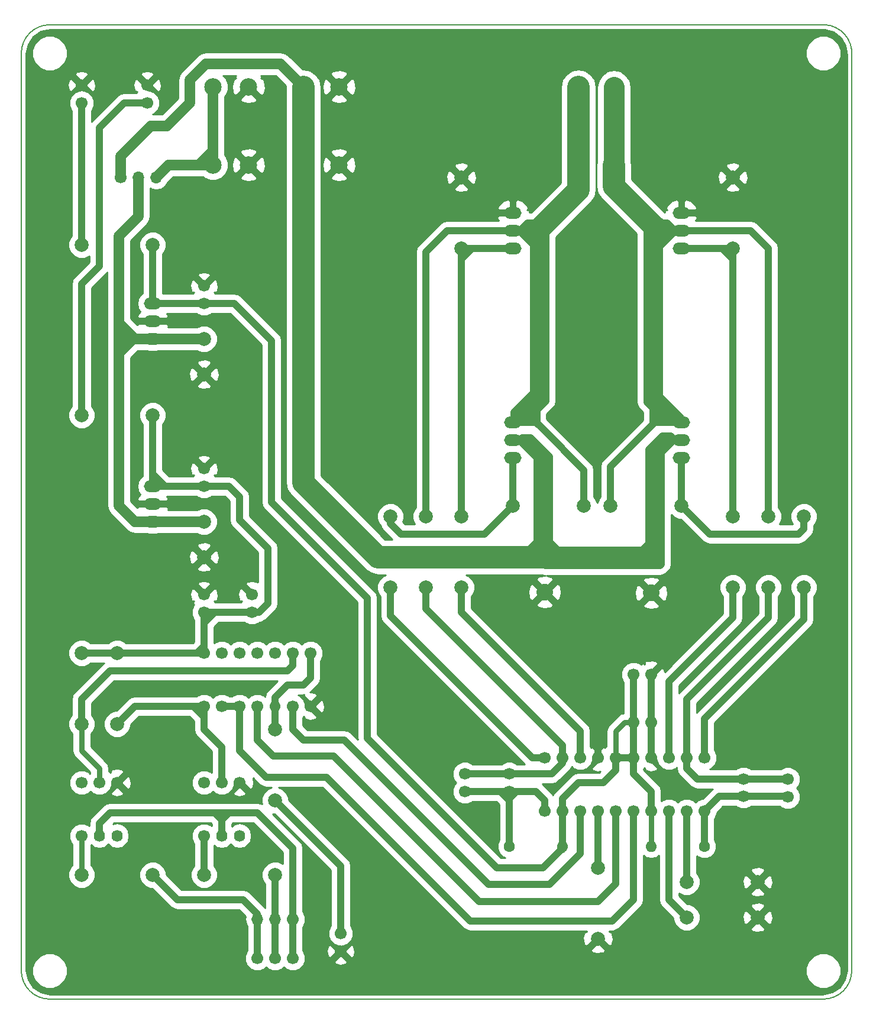
<source format=gbr>
G04 #@! TF.FileFunction,Copper,L2,Bot,Signal*
%FSLAX46Y46*%
G04 Gerber Fmt 4.6, Leading zero omitted, Abs format (unit mm)*
G04 Created by KiCad (PCBNEW 4.0.2+dfsg1-stable) date Sex 14 Jul 2017 10:57:47 BRT*
%MOMM*%
G01*
G04 APERTURE LIST*
%ADD10C,0.100000*%
%ADD11C,0.150000*%
%ADD12C,2.500000*%
%ADD13C,2.000000*%
%ADD14C,1.700000*%
%ADD15C,1.600000*%
%ADD16O,1.600000X1.600000*%
%ADD17O,2.499360X1.700000*%
%ADD18C,1.998980*%
%ADD19O,1.600000X1.700000*%
%ADD20O,1.700000X1.700000*%
%ADD21C,2.400000*%
%ADD22C,1.500000*%
%ADD23C,1.000000*%
%ADD24C,0.800000*%
%ADD25C,3.200000*%
%ADD26C,3.000000*%
%ADD27C,0.254000*%
G04 APERTURE END LIST*
D10*
D11*
X9144000Y144526000D02*
G75*
G03X5080000Y140462000I0J-4064000D01*
G01*
X123952000Y140208000D02*
G75*
G03X120142000Y144526000I-4064000J254000D01*
G01*
X119888000Y5080000D02*
G75*
G03X123952000Y9144000I0J4064000D01*
G01*
X5080000Y9144000D02*
G75*
G03X9144000Y5080000I4064000J0D01*
G01*
X5080000Y140462000D02*
X5080000Y9144000D01*
X120142000Y144526000D02*
X9144000Y144526000D01*
X123952000Y9144000D02*
X123952000Y140462000D01*
X9144000Y5080000D02*
X119888000Y5080000D01*
D12*
X32512000Y124460000D03*
X37592000Y124460000D03*
D13*
X31242000Y73406000D03*
X31242000Y68326000D03*
X31242000Y99568000D03*
X31242000Y94488000D03*
D14*
X114808000Y34036000D03*
X114808000Y36536000D03*
X92710000Y44704000D03*
X95210000Y44704000D03*
X31242000Y78486000D03*
X31242000Y80986000D03*
X68580000Y34798000D03*
X68580000Y37298000D03*
X92710000Y51562000D03*
X95210000Y51562000D03*
X31242000Y104648000D03*
X31242000Y107148000D03*
X38100000Y60452000D03*
X38100000Y62952000D03*
X31242000Y60452000D03*
X31242000Y62952000D03*
X74930000Y34798000D03*
X74930000Y37298000D03*
X108458000Y36576000D03*
X108458000Y34076000D03*
X50800000Y11938000D03*
X50800000Y14478000D03*
X13716000Y135890000D03*
X13716000Y133350000D03*
D15*
X74930000Y26924000D03*
D16*
X82550000Y26924000D03*
D15*
X102870000Y26924000D03*
D16*
X95250000Y26924000D03*
D14*
X23114000Y135890000D03*
X23114000Y133350000D03*
D12*
X84836000Y124460000D03*
X89916000Y124460000D03*
D14*
X38862000Y10922000D03*
X41402000Y10922000D03*
X43942000Y10922000D03*
D12*
X89916000Y135636000D03*
X84836000Y135636000D03*
X45466000Y124460000D03*
X50546000Y124460000D03*
X37592000Y135636000D03*
X32512000Y135636000D03*
X50546000Y135636000D03*
X45466000Y135636000D03*
D17*
X75438000Y85090000D03*
X75438000Y82550000D03*
X75438000Y87630000D03*
X75438000Y115062000D03*
X75438000Y112522000D03*
X75438000Y117602000D03*
X99568000Y85090000D03*
X99568000Y82550000D03*
X99568000Y87630000D03*
X99568000Y115062000D03*
X99568000Y112522000D03*
X99568000Y117602000D03*
D18*
X31242000Y22860000D03*
X41402000Y22860000D03*
X13716000Y113030000D03*
X23876000Y113030000D03*
X13716000Y88646000D03*
X23876000Y88646000D03*
X13716000Y22860000D03*
X23876000Y22860000D03*
X100330000Y16764000D03*
X110490000Y16764000D03*
X13716000Y44450000D03*
X13716000Y54610000D03*
X18796000Y44450000D03*
X18796000Y54610000D03*
X41402000Y33528000D03*
X41402000Y43688000D03*
X100330000Y21844000D03*
X110490000Y21844000D03*
X57912000Y74168000D03*
X57912000Y64008000D03*
X68072000Y74168000D03*
X68072000Y64008000D03*
X117094000Y74168000D03*
X117094000Y64008000D03*
X106934000Y74168000D03*
X106934000Y64008000D03*
X75438000Y75692000D03*
X85598000Y75692000D03*
X68072000Y112522000D03*
X68072000Y122682000D03*
X99568000Y75692000D03*
X89408000Y75692000D03*
X106934000Y112522000D03*
X106934000Y122682000D03*
D17*
X23876000Y75946000D03*
X23876000Y73406000D03*
X23876000Y78486000D03*
X23876000Y102108000D03*
X23876000Y99568000D03*
X23876000Y104648000D03*
D14*
X80010000Y32004000D03*
X102870000Y39624000D03*
X82550000Y32004000D03*
X100330000Y39624000D03*
X85090000Y32004000D03*
X97790000Y39624000D03*
X87630000Y32004000D03*
X95250000Y39624000D03*
X90170000Y32004000D03*
X92710000Y39624000D03*
X92710000Y32004000D03*
X90170000Y39624000D03*
X95250000Y32004000D03*
X87630000Y39624000D03*
X97790000Y32004000D03*
X85090000Y39624000D03*
X100330000Y32004000D03*
X82550000Y39624000D03*
X102870000Y32004000D03*
X80010000Y39624000D03*
X31242000Y28448000D03*
X36322000Y36068000D03*
D19*
X33782000Y28448000D03*
D14*
X33782000Y36068000D03*
D19*
X36322000Y28448000D03*
D14*
X31242000Y36068000D03*
X13716000Y28448000D03*
X18796000Y36068000D03*
D19*
X16256000Y28448000D03*
D14*
X16256000Y36068000D03*
D19*
X18796000Y28448000D03*
D14*
X13716000Y36068000D03*
X31242000Y46990000D03*
X46482000Y54610000D03*
X33782000Y46990000D03*
X43942000Y54610000D03*
X36322000Y46990000D03*
X41402000Y54610000D03*
X38862000Y46990000D03*
X38862000Y54610000D03*
D16*
X41402000Y46990000D03*
D14*
X36322000Y54610000D03*
X43942000Y46990000D03*
X33782000Y54610000D03*
X46482000Y46990000D03*
X31242000Y54610000D03*
D18*
X87630000Y13716000D03*
X87630000Y23876000D03*
X62992000Y74168000D03*
X62992000Y64008000D03*
X112014000Y74168000D03*
X112014000Y64008000D03*
D14*
X19304000Y122682000D03*
D20*
X21844000Y122682000D03*
X24384000Y122682000D03*
D14*
X43942000Y16510000D03*
D20*
X41402000Y16510000D03*
X38862000Y16510000D03*
D21*
X95250000Y68199000D03*
X95250000Y63199000D03*
X80010000Y68326000D03*
X80010000Y63326000D03*
D22*
X23876000Y99568000D02*
X31242000Y99568000D01*
X19050000Y99568000D02*
X21082000Y99568000D01*
X23876000Y99568000D02*
X21082000Y99568000D01*
X21082000Y99568000D02*
X19050000Y97536000D01*
X23876000Y99568000D02*
X21336000Y99568000D01*
X21336000Y99568000D02*
X19050000Y101854000D01*
X23876000Y73406000D02*
X31242000Y73406000D01*
X21844000Y122682000D02*
X21844000Y117094000D01*
X21844000Y117094000D02*
X19050000Y114300000D01*
X19050000Y114300000D02*
X19050000Y101854000D01*
X21336000Y73406000D02*
X23876000Y73406000D01*
X19050000Y75692000D02*
X21336000Y73406000D01*
X19050000Y97536000D02*
X19050000Y75692000D01*
X19050000Y101854000D02*
X19050000Y99568000D01*
X19050000Y99568000D02*
X19050000Y97536000D01*
D23*
X87630000Y40894000D02*
X88138000Y41402000D01*
X87630000Y39624000D02*
X87630000Y40894000D01*
X87630000Y40894000D02*
X87122000Y41402000D01*
X87630000Y39624000D02*
X87630000Y45720000D01*
X95210000Y44704000D02*
X95210000Y51562000D01*
X95210000Y44704000D02*
X95210000Y39664000D01*
X95210000Y39664000D02*
X95250000Y39624000D01*
X108458000Y34076000D02*
X114768000Y34076000D01*
X114768000Y34076000D02*
X114808000Y34036000D01*
X108458000Y34076000D02*
X104942000Y34076000D01*
X104942000Y34076000D02*
X102870000Y32004000D01*
X102870000Y26924000D02*
X102870000Y32004000D01*
D24*
X114768000Y34076000D02*
X114808000Y34036000D01*
D23*
X95504000Y87376000D02*
X95504000Y89992002D01*
X95504000Y89992002D02*
X95580002Y89916000D01*
X95580002Y89916000D02*
X95758000Y89916000D01*
X95758000Y89916000D02*
X95580002Y89916000D01*
X93853000Y85725000D02*
X95504000Y87376000D01*
X95504000Y87376000D02*
X96558001Y88430001D01*
X96774000Y88392000D02*
X96596002Y88392000D01*
X96735999Y88430001D02*
X96774000Y88392000D01*
X96558001Y88430001D02*
X96735999Y88430001D01*
X89408000Y75692000D02*
X89408000Y81280000D01*
X95758000Y87630000D02*
X99568000Y87630000D01*
X89408000Y81280000D02*
X93853000Y85725000D01*
X93853000Y85725000D02*
X95758000Y87630000D01*
X112014000Y74168000D02*
X112014000Y112522000D01*
X109474000Y115062000D02*
X99568000Y115062000D01*
X112014000Y112522000D02*
X109474000Y115062000D01*
D24*
X94488000Y113284000D02*
X94488000Y116840000D01*
X94488000Y115824000D02*
X95504000Y115824000D01*
X94488000Y116840000D02*
X94488000Y115824000D01*
D25*
X89916000Y124460000D02*
X89916000Y121412000D01*
X89916000Y121412000D02*
X95504000Y115824000D01*
X95504000Y115824000D02*
X96393000Y114935000D01*
D26*
X89916000Y135636000D02*
X89916000Y124460000D01*
D24*
X99568000Y115062000D02*
X98806000Y115062000D01*
X98806000Y115062000D02*
X97536000Y116332000D01*
X94488000Y113792000D02*
X94488000Y113284000D01*
X94488000Y113284000D02*
X94488000Y90500002D01*
X97028000Y116332000D02*
X94488000Y113792000D01*
X97536000Y116332000D02*
X97028000Y116332000D01*
X97536000Y116078000D02*
X96393000Y114935000D01*
X98806000Y115062000D02*
X97790000Y116078000D01*
X97790000Y116078000D02*
X97536000Y116078000D01*
X96393000Y114935000D02*
X96266000Y114808000D01*
X94488000Y113030000D02*
X94488000Y90500002D01*
X96266000Y114808000D02*
X94488000Y113030000D01*
X99568000Y87630000D02*
X99568000Y88392000D01*
X99568000Y88392000D02*
X96520000Y91440000D01*
X96520000Y112268000D02*
X96012000Y112268000D01*
X96520000Y112776000D02*
X96520000Y112268000D01*
X96520000Y91440000D02*
X96520000Y112776000D01*
X96012000Y112268000D02*
X96012000Y91186000D01*
X96012000Y91186000D02*
X99568000Y87630000D01*
X97358002Y87630000D02*
X99568000Y87630000D01*
X96596002Y88392000D02*
X97358002Y87630000D01*
X94488000Y90500002D02*
X96596002Y88392000D01*
X98806000Y115062000D02*
X96012000Y112268000D01*
X96012000Y112268000D02*
X96012000Y112268000D01*
X99568000Y115062000D02*
X98552000Y115062000D01*
X98552000Y115062000D02*
X95758000Y112268000D01*
X95758000Y91186000D02*
X99314000Y87630000D01*
X95758000Y112268000D02*
X95758000Y91186000D01*
X99314000Y87630000D02*
X99568000Y87630000D01*
X99568000Y115062000D02*
X98298000Y115062000D01*
X94996000Y90500002D02*
X95580002Y89916000D01*
X94996000Y112776000D02*
X94996000Y90500002D01*
X97790000Y115570000D02*
X94996000Y112776000D01*
X98298000Y115062000D02*
X97790000Y115570000D01*
X97866002Y87630000D02*
X99568000Y87630000D01*
X95580002Y89916000D02*
X97866002Y87630000D01*
X99568000Y87630000D02*
X98552000Y87630000D01*
X98552000Y87630000D02*
X95504000Y90678000D01*
X95504000Y90678000D02*
X95504000Y112522000D01*
X95504000Y112522000D02*
X98044000Y115062000D01*
X98044000Y115062000D02*
X99568000Y115062000D01*
D23*
X23876000Y104648000D02*
X31242000Y104648000D01*
X82550000Y26924000D02*
X82550000Y32004000D01*
X23876000Y104648000D02*
X23876000Y113030000D01*
X82550000Y26924000D02*
X82550000Y26670000D01*
X82550000Y26670000D02*
X79756000Y23876000D01*
X35560000Y104648000D02*
X31242000Y104648000D01*
X40894000Y99314000D02*
X35560000Y104648000D01*
X40894000Y76200000D02*
X40894000Y99314000D01*
X54610000Y62484000D02*
X40894000Y76200000D01*
X54610000Y42418000D02*
X54610000Y62484000D01*
X73152000Y23876000D02*
X54610000Y42418000D01*
X79756000Y23876000D02*
X73152000Y23876000D01*
X92710000Y44704000D02*
X92710000Y51562000D01*
X90170000Y39624000D02*
X92710000Y39624000D01*
X92710000Y39624000D02*
X92710000Y44704000D01*
X95250000Y32004000D02*
X95250000Y34798000D01*
X95250000Y34798000D02*
X92710000Y37338000D01*
X92710000Y37338000D02*
X92710000Y39624000D01*
X82550000Y32004000D02*
X82550000Y33782000D01*
X90170000Y37846000D02*
X90170000Y39624000D01*
X88392000Y36068000D02*
X90170000Y37846000D01*
X84836000Y36068000D02*
X88392000Y36068000D01*
X82550000Y33782000D02*
X84836000Y36068000D01*
D24*
X90170000Y39624000D02*
X90170000Y43434000D01*
X91440000Y44704000D02*
X92710000Y44704000D01*
X90170000Y43434000D02*
X91440000Y44704000D01*
X82550000Y26924000D02*
X82550000Y26416000D01*
X95250000Y26924000D02*
X95250000Y32004000D01*
D23*
X38100000Y60452000D02*
X39116000Y60452000D01*
X34798000Y78486000D02*
X31242000Y78486000D01*
X36322000Y76962000D02*
X34798000Y78486000D01*
X36322000Y73660000D02*
X36322000Y76962000D01*
X40386000Y69596000D02*
X36322000Y73660000D01*
X40386000Y61722000D02*
X40386000Y69596000D01*
X39116000Y60452000D02*
X40386000Y61722000D01*
X23876000Y81026000D02*
X23876000Y80264000D01*
X23876000Y80264000D02*
X25654000Y78486000D01*
X23876000Y78486000D02*
X23876000Y81026000D01*
X23876000Y81026000D02*
X23876000Y88646000D01*
X31242000Y57912000D02*
X31242000Y58928000D01*
X31242000Y58928000D02*
X32766000Y60452000D01*
X31242000Y56896000D02*
X31242000Y55626000D01*
X31242000Y55626000D02*
X30226000Y54610000D01*
X31242000Y54610000D02*
X31242000Y56896000D01*
X31242000Y56896000D02*
X31242000Y57912000D01*
X31242000Y57912000D02*
X31242000Y60452000D01*
X18796000Y54610000D02*
X30226000Y54610000D01*
X30226000Y54610000D02*
X31242000Y54610000D01*
X13716000Y54610000D02*
X18796000Y54610000D01*
X31242000Y60452000D02*
X32766000Y60452000D01*
X32766000Y60452000D02*
X38100000Y60452000D01*
X23876000Y78486000D02*
X25654000Y78486000D01*
X25654000Y78486000D02*
X31242000Y78486000D01*
D24*
X31242000Y78232000D02*
X31242000Y78486000D01*
D23*
X74930000Y32766000D02*
X74930000Y33528000D01*
X74930000Y33528000D02*
X73660000Y34798000D01*
X68580000Y34798000D02*
X73660000Y34798000D01*
X73660000Y34798000D02*
X74930000Y34798000D01*
X74930000Y31750000D02*
X74930000Y32766000D01*
X74930000Y32766000D02*
X74930000Y33782000D01*
X74930000Y33782000D02*
X75946000Y34798000D01*
X74930000Y26924000D02*
X74930000Y31750000D01*
X74930000Y31750000D02*
X74930000Y34798000D01*
X74930000Y34798000D02*
X75946000Y34798000D01*
X75946000Y34798000D02*
X78740000Y34798000D01*
X78740000Y34798000D02*
X80010000Y33528000D01*
X80010000Y33528000D02*
X80010000Y32004000D01*
X62992000Y74168000D02*
X62992000Y112014000D01*
X66040000Y115062000D02*
X75438000Y115062000D01*
X62992000Y112014000D02*
X66040000Y115062000D01*
X78867000Y87503000D02*
X78867000Y90297000D01*
X78867000Y90297000D02*
X78740000Y90170000D01*
X79629000Y86741000D02*
X78867000Y87503000D01*
X78867000Y87503000D02*
X77978000Y88392000D01*
X77978000Y88392000D02*
X77724000Y88392000D01*
X77724000Y88392000D02*
X77978000Y88392000D01*
X85598000Y75692000D02*
X85598000Y80772000D01*
X78740000Y87630000D02*
X75438000Y87630000D01*
X85598000Y80772000D02*
X79629000Y86741000D01*
X79629000Y86741000D02*
X78740000Y87630000D01*
D24*
X77470000Y116332000D02*
X79756000Y116332000D01*
X79756000Y116332000D02*
X80010000Y116078000D01*
X80264000Y113030000D02*
X80264000Y116332000D01*
X80264000Y116332000D02*
X80264000Y116078000D01*
X80264000Y116078000D02*
X80010000Y116078000D01*
D25*
X84836000Y124460000D02*
X84836000Y120904000D01*
X84836000Y120904000D02*
X80010000Y116078000D01*
X80010000Y116078000D02*
X78613000Y114681000D01*
X84836000Y124460000D02*
X84836000Y135636000D01*
D24*
X75438000Y115062000D02*
X76200000Y115062000D01*
X76200000Y115062000D02*
X77470000Y116332000D01*
X77724000Y116332000D02*
X78994000Y115062000D01*
X77470000Y116332000D02*
X77724000Y116332000D01*
X78994000Y115062000D02*
X80264000Y113792000D01*
X80264000Y90678000D02*
X77978000Y88392000D01*
X80264000Y113030000D02*
X80264000Y90678000D01*
X77978000Y88392000D02*
X77216000Y87630000D01*
X77216000Y87630000D02*
X75438000Y87630000D01*
X80264000Y113792000D02*
X80264000Y113030000D01*
X76200000Y115062000D02*
X78232000Y113030000D01*
X75438000Y89154000D02*
X75438000Y87630000D01*
X78232000Y91948000D02*
X75438000Y89154000D01*
X78232000Y113030000D02*
X78232000Y91948000D01*
X75438000Y115062000D02*
X76708000Y115062000D01*
X78740000Y91694000D02*
X75438000Y88392000D01*
X78740000Y113030000D02*
X78740000Y91694000D01*
X76708000Y115062000D02*
X78740000Y113030000D01*
X75438000Y88392000D02*
X75438000Y87630000D01*
X75438000Y115062000D02*
X77470000Y115062000D01*
X77470000Y115062000D02*
X79248000Y113284000D01*
X79248000Y113284000D02*
X79248000Y91440000D01*
X79248000Y91440000D02*
X75438000Y87630000D01*
X75438000Y115062000D02*
X76454000Y115062000D01*
X76454000Y115062000D02*
X77216000Y115824000D01*
X77216000Y115824000D02*
X77470000Y115824000D01*
X77470000Y115824000D02*
X78613000Y114681000D01*
X79756000Y91186000D02*
X78740000Y90170000D01*
X79756000Y113538000D02*
X79756000Y91186000D01*
X78613000Y114681000D02*
X79756000Y113538000D01*
X78740000Y90170000D02*
X76200000Y87630000D01*
X76200000Y87630000D02*
X75438000Y87630000D01*
D22*
X19304000Y122682000D02*
X19304000Y125730000D01*
X42164000Y138938000D02*
X45466000Y135636000D01*
X31496000Y138938000D02*
X42164000Y138938000D01*
X29210000Y136652000D02*
X31496000Y138938000D01*
X29210000Y133350000D02*
X29210000Y136652000D01*
X25908000Y130048000D02*
X29210000Y133350000D01*
X23622000Y130048000D02*
X25908000Y130048000D01*
X19304000Y125730000D02*
X23622000Y130048000D01*
D24*
X96774000Y70866000D02*
X96774000Y68072000D01*
X96520000Y67056000D02*
X95250000Y67056000D01*
X96774000Y67310000D02*
X96520000Y67056000D01*
X96774000Y68072000D02*
X96774000Y67310000D01*
X95250000Y67056000D02*
X95250000Y68199000D01*
X79248000Y70612000D02*
X78740000Y70612000D01*
X78740000Y70612000D02*
X76454000Y68326000D01*
X82042000Y68199000D02*
X82042000Y69342000D01*
X82042000Y69342000D02*
X80772000Y70612000D01*
X93472000Y68199000D02*
X93472000Y69088000D01*
X93472000Y69088000D02*
X94742000Y70358000D01*
D25*
X45466000Y124460000D02*
X45466000Y135636000D01*
X95250000Y68199000D02*
X93472000Y68199000D01*
X93472000Y68199000D02*
X82042000Y68199000D01*
X82042000Y68199000D02*
X80137000Y68199000D01*
X80137000Y68199000D02*
X80010000Y68326000D01*
X80010000Y68326000D02*
X76454000Y68326000D01*
X76454000Y68326000D02*
X56134000Y68326000D01*
X56134000Y68326000D02*
X45466000Y78994000D01*
X45466000Y78994000D02*
X45466000Y124460000D01*
D24*
X95250000Y68199000D02*
X95377000Y68199000D01*
X95377000Y68199000D02*
X96774000Y69596000D01*
X96774000Y83312000D02*
X98552000Y85090000D01*
X96774000Y69596000D02*
X96774000Y70866000D01*
X96774000Y70866000D02*
X96774000Y83312000D01*
X98552000Y85090000D02*
X99568000Y85090000D01*
X99568000Y85090000D02*
X98806000Y85090000D01*
X98806000Y85090000D02*
X98044000Y85852000D01*
X94742000Y71120000D02*
X94742000Y70358000D01*
X94742000Y83820000D02*
X94742000Y71120000D01*
X96774000Y85852000D02*
X94742000Y83820000D01*
X98044000Y85852000D02*
X96774000Y85852000D01*
X94742000Y70358000D02*
X94742000Y68707000D01*
X94742000Y68707000D02*
X95250000Y68199000D01*
X99568000Y85090000D02*
X98044000Y85090000D01*
X96012000Y83058000D02*
X96012000Y68961000D01*
X98044000Y85090000D02*
X96012000Y83058000D01*
X96012000Y68961000D02*
X95250000Y68199000D01*
X78740000Y82550000D02*
X78740000Y71120000D01*
X78740000Y71120000D02*
X78740000Y69596000D01*
X78740000Y69596000D02*
X80010000Y68326000D01*
X75438000Y85090000D02*
X76200000Y85090000D01*
X76200000Y85090000D02*
X78740000Y82550000D01*
X78740000Y82550000D02*
X78994000Y82550000D01*
X76200000Y85090000D02*
X76708000Y85598000D01*
X76708000Y85598000D02*
X77216000Y85598000D01*
X75438000Y85090000D02*
X76708000Y85090000D01*
X80772000Y82804000D02*
X80772000Y71120000D01*
X80772000Y71120000D02*
X80772000Y70612000D01*
X77978000Y85598000D02*
X80772000Y82804000D01*
X77216000Y85598000D02*
X77978000Y85598000D01*
X80772000Y70612000D02*
X80772000Y70104000D01*
X80772000Y70104000D02*
X80772000Y69088000D01*
X76708000Y85090000D02*
X77216000Y85598000D01*
X77216000Y85598000D02*
X77216000Y85598000D01*
X80772000Y69088000D02*
X80010000Y68326000D01*
X75438000Y85090000D02*
X76454000Y85090000D01*
X76454000Y85090000D02*
X78994000Y82550000D01*
X78994000Y82550000D02*
X79248000Y82296000D01*
X79248000Y82296000D02*
X79248000Y70612000D01*
X79248000Y70612000D02*
X79248000Y69088000D01*
X79248000Y69088000D02*
X80010000Y68326000D01*
X45466000Y124460000D02*
X45466000Y123952000D01*
X45466000Y124460000D02*
X45466000Y123698000D01*
X80010000Y68326000D02*
X80010000Y82550000D01*
X80010000Y82550000D02*
X77470000Y85090000D01*
X77470000Y85090000D02*
X75438000Y85090000D01*
X80137000Y68199000D02*
X80010000Y68326000D01*
X99568000Y85090000D02*
X97028000Y85090000D01*
X95250000Y83312000D02*
X95250000Y68199000D01*
X97028000Y85090000D02*
X95250000Y83312000D01*
D23*
X50800000Y14478000D02*
X50800000Y24130000D01*
X50800000Y24130000D02*
X41402000Y33528000D01*
X13716000Y113030000D02*
X13716000Y133350000D01*
X13716000Y88646000D02*
X13716000Y107442000D01*
X19812000Y133350000D02*
X23114000Y133350000D01*
X16256000Y129794000D02*
X19812000Y133350000D01*
X16256000Y109982000D02*
X16256000Y129794000D01*
X13716000Y107442000D02*
X16256000Y109982000D01*
D22*
X30480000Y124460000D02*
X32512000Y126492000D01*
X32004000Y125984000D02*
X32512000Y125984000D01*
X32512000Y126492000D02*
X32004000Y125984000D01*
X32512000Y124460000D02*
X30480000Y124460000D01*
X30480000Y124460000D02*
X26162000Y124460000D01*
X26162000Y124460000D02*
X24384000Y122682000D01*
X32512000Y124460000D02*
X32512000Y125984000D01*
X32512000Y125984000D02*
X32512000Y135636000D01*
D24*
X32512000Y135890000D02*
X32512000Y135636000D01*
D23*
X33782000Y29464000D02*
X33782000Y30734000D01*
X33782000Y30734000D02*
X32766000Y31750000D01*
X33782000Y28448000D02*
X33782000Y29464000D01*
X33782000Y30734000D02*
X34798000Y31750000D01*
X43942000Y16510000D02*
X43942000Y26670000D01*
X16256000Y30226000D02*
X16256000Y28448000D01*
X17780000Y31750000D02*
X16256000Y30226000D01*
X38862000Y31750000D02*
X34798000Y31750000D01*
X34798000Y31750000D02*
X32766000Y31750000D01*
X32766000Y31750000D02*
X17780000Y31750000D01*
X43942000Y26670000D02*
X38862000Y31750000D01*
X43942000Y10922000D02*
X43942000Y16510000D01*
X38862000Y16510000D02*
X38862000Y17272000D01*
X38862000Y17272000D02*
X36830000Y19304000D01*
X27432000Y19304000D02*
X23876000Y22860000D01*
X36830000Y19304000D02*
X27432000Y19304000D01*
X38862000Y10922000D02*
X38862000Y16510000D01*
X41402000Y16510000D02*
X41402000Y22860000D01*
X41402000Y10922000D02*
X41402000Y16510000D01*
X57912000Y74168000D02*
X57912000Y73152000D01*
X71374000Y71628000D02*
X75438000Y75692000D01*
X59436000Y71628000D02*
X71374000Y71628000D01*
X57912000Y73152000D02*
X59436000Y71628000D01*
X75438000Y75692000D02*
X75438000Y82550000D01*
D24*
X57912000Y74168000D02*
X57912000Y73914000D01*
X75438000Y75692000D02*
X75438000Y75438000D01*
D23*
X68072000Y110490000D02*
X68072000Y110998000D01*
X68072000Y110998000D02*
X69596000Y112522000D01*
X68072000Y112522000D02*
X69596000Y112522000D01*
X69596000Y112522000D02*
X75438000Y112522000D01*
X68072000Y74168000D02*
X68072000Y110490000D01*
X68072000Y110490000D02*
X68072000Y112522000D01*
X117094000Y74168000D02*
X117094000Y72390000D01*
X103632000Y71628000D02*
X99568000Y75692000D01*
X116332000Y71628000D02*
X103632000Y71628000D01*
X117094000Y72390000D02*
X116332000Y71628000D01*
X99568000Y75692000D02*
X99568000Y82550000D01*
D24*
X117094000Y74168000D02*
X116840000Y74168000D01*
X117094000Y74168000D02*
X117094000Y73914000D01*
D23*
X106934000Y110490000D02*
X106934000Y110998000D01*
X106934000Y110998000D02*
X105410000Y112522000D01*
X99568000Y112522000D02*
X105410000Y112522000D01*
X105410000Y112522000D02*
X106934000Y112522000D01*
X106934000Y74168000D02*
X106934000Y110490000D01*
X106934000Y110490000D02*
X106934000Y112522000D01*
X31242000Y22860000D02*
X31242000Y28448000D01*
D24*
X13716000Y22860000D02*
X13716000Y28448000D01*
D23*
X97790000Y32004000D02*
X97790000Y19304000D01*
X97790000Y19304000D02*
X100330000Y16764000D01*
X43942000Y54610000D02*
X43942000Y52832000D01*
X13716000Y48006000D02*
X13716000Y44450000D01*
X17780000Y52070000D02*
X13716000Y48006000D01*
X43180000Y52070000D02*
X17780000Y52070000D01*
X43942000Y52832000D02*
X43180000Y52070000D01*
D24*
X16256000Y36068000D02*
X16256000Y38100000D01*
X16256000Y38100000D02*
X13716000Y40640000D01*
X13716000Y40640000D02*
X13716000Y44450000D01*
D23*
X31242000Y44450000D02*
X31242000Y45466000D01*
X31242000Y45466000D02*
X29718000Y46990000D01*
X33782000Y36068000D02*
X33782000Y41148000D01*
X31242000Y43688000D02*
X31242000Y44450000D01*
X31242000Y44450000D02*
X31242000Y46990000D01*
X33782000Y41148000D02*
X31242000Y43688000D01*
X31242000Y46990000D02*
X29718000Y46990000D01*
X29718000Y46990000D02*
X21336000Y46990000D01*
X21336000Y46990000D02*
X18796000Y44450000D01*
X41402000Y43688000D02*
X41402000Y46990000D01*
X41402000Y46990000D02*
X41402000Y48260000D01*
X46482000Y51054000D02*
X46482000Y52578000D01*
X46482000Y52578000D02*
X46482000Y54610000D01*
X45466000Y50038000D02*
X46482000Y51054000D01*
X43180000Y50038000D02*
X45466000Y50038000D01*
X41402000Y48260000D02*
X43180000Y50038000D01*
X100330000Y32004000D02*
X100330000Y21844000D01*
X57912000Y64008000D02*
X57912000Y59944000D01*
X78232000Y39624000D02*
X80010000Y39624000D01*
X57912000Y59944000D02*
X78232000Y39624000D01*
X85090000Y39624000D02*
X85090000Y43434000D01*
X68072000Y60452000D02*
X68072000Y64008000D01*
X85090000Y43434000D02*
X68072000Y60452000D01*
X102870000Y39624000D02*
X102870000Y45212000D01*
X117094000Y59436000D02*
X117094000Y64008000D01*
X102870000Y45212000D02*
X117094000Y59436000D01*
X97790000Y39624000D02*
X97790000Y50546000D01*
X106934000Y59690000D02*
X106934000Y64008000D01*
X97790000Y50546000D02*
X106934000Y59690000D01*
X54356000Y39116000D02*
X52578000Y40894000D01*
X45466000Y42164000D02*
X43942000Y43688000D01*
X51308000Y42164000D02*
X45466000Y42164000D01*
X52578000Y40894000D02*
X51308000Y42164000D01*
X43942000Y43688000D02*
X43942000Y46990000D01*
X43942000Y46990000D02*
X43942000Y43688000D01*
X85090000Y25908000D02*
X85090000Y32004000D01*
X80694002Y21512002D02*
X85090000Y25908000D01*
X71959998Y21512002D02*
X80694002Y21512002D01*
X54356000Y39116000D02*
X71959998Y21512002D01*
X38862000Y46990000D02*
X38862000Y42164000D01*
X90170000Y21590000D02*
X90170000Y32004000D01*
X87630000Y19050000D02*
X90170000Y21590000D01*
X70612000Y19050000D02*
X87630000Y19050000D01*
X49784000Y39878000D02*
X70612000Y19050000D01*
X41148000Y39878000D02*
X49784000Y39878000D01*
X38862000Y42164000D02*
X41148000Y39878000D01*
X36322000Y46990000D02*
X36322000Y40640000D01*
X92710000Y19304000D02*
X92710000Y32004000D01*
X89662000Y16256000D02*
X92710000Y19304000D01*
X69342000Y16256000D02*
X89662000Y16256000D01*
X48768000Y36830000D02*
X69342000Y16256000D01*
X40132000Y36830000D02*
X48768000Y36830000D01*
X36322000Y40640000D02*
X40132000Y36830000D01*
X33782000Y46990000D02*
X36322000Y46990000D01*
X100330000Y39624000D02*
X100330000Y48006000D01*
X112014000Y59690000D02*
X112014000Y64008000D01*
X100330000Y48006000D02*
X112014000Y59690000D01*
X108458000Y36576000D02*
X101854000Y36576000D01*
X100330000Y38100000D02*
X100330000Y39624000D01*
X101854000Y36576000D02*
X100330000Y38100000D01*
X108458000Y36576000D02*
X114768000Y36576000D01*
X114768000Y36576000D02*
X114808000Y36536000D01*
D24*
X114768000Y36576000D02*
X114808000Y36536000D01*
D23*
X68580000Y37298000D02*
X74930000Y37298000D01*
X74930000Y37298000D02*
X80986000Y37298000D01*
X80986000Y37298000D02*
X82550000Y38862000D01*
X82550000Y38862000D02*
X82550000Y39624000D01*
X82550000Y39624000D02*
X82550000Y41402000D01*
X62992000Y60960000D02*
X62992000Y64008000D01*
X82550000Y41402000D02*
X62992000Y60960000D01*
D24*
X82550000Y39116000D02*
X82550000Y39624000D01*
D23*
X87630000Y23876000D02*
X87630000Y32004000D01*
D27*
G36*
X6058160Y141740196D02*
X6782198Y142823799D01*
X7865803Y143547840D01*
X9213927Y143816000D01*
X120049622Y143816000D01*
X121359684Y143469223D01*
X122398472Y142677123D01*
X123055064Y141547791D01*
X123242000Y140160381D01*
X123242000Y9213927D01*
X122973840Y7865803D01*
X122249799Y6782198D01*
X121166196Y6058160D01*
X120388446Y5903456D01*
X120388446Y6616562D01*
X121317561Y7000464D01*
X122029037Y7710700D01*
X122414561Y8639143D01*
X122415438Y9644446D01*
X122031536Y10573561D01*
X121321300Y11285037D01*
X120392857Y11670561D01*
X120388446Y11670564D01*
X120388446Y137934562D01*
X121317561Y138318464D01*
X122029037Y139028700D01*
X122414561Y139957143D01*
X122415438Y140962446D01*
X122031536Y141891561D01*
X121321300Y142603037D01*
X120392857Y142988561D01*
X119387554Y142989438D01*
X118458439Y142605536D01*
X117746963Y141895300D01*
X117361439Y140966857D01*
X117360562Y139961554D01*
X117744464Y139032439D01*
X118454700Y138320963D01*
X119383143Y137935439D01*
X120388446Y137934562D01*
X120388446Y11670564D01*
X119387554Y11671438D01*
X118458439Y11287536D01*
X117746963Y10577300D01*
X117361439Y9648857D01*
X117360562Y8643554D01*
X117744464Y7714439D01*
X118454700Y7002963D01*
X119383143Y6617439D01*
X120388446Y6616562D01*
X120388446Y5903456D01*
X119818069Y5790000D01*
X112061301Y5790000D01*
X112061301Y15720201D01*
X112437161Y15810358D01*
X112653885Y16628095D01*
X112541177Y17466524D01*
X112437161Y17717642D01*
X112061301Y17807799D01*
X112061301Y20800201D01*
X112437161Y20890358D01*
X112653885Y21708095D01*
X112541177Y22546524D01*
X112437161Y22797642D01*
X112061301Y22887799D01*
X111017502Y21844000D01*
X112061301Y20800201D01*
X112061301Y17807799D01*
X111017502Y16764000D01*
X112061301Y15720201D01*
X112061301Y5790000D01*
X110354095Y5790000D01*
X110354095Y14600115D01*
X111192524Y14712823D01*
X111443642Y14816839D01*
X111533799Y15192699D01*
X110490000Y16236498D01*
X110490000Y17291502D01*
X111533799Y18335301D01*
X111443642Y18711161D01*
X110625905Y18927885D01*
X110354095Y18891347D01*
X110354095Y19680115D01*
X111192524Y19792823D01*
X111443642Y19896839D01*
X111533799Y20272699D01*
X110490000Y21316498D01*
X110490000Y22371502D01*
X111533799Y23415301D01*
X111443642Y23791161D01*
X110625905Y24007885D01*
X109787476Y23895177D01*
X109536358Y23791161D01*
X109446201Y23415301D01*
X110490000Y22371502D01*
X110490000Y21316498D01*
X109446201Y20272699D01*
X109536358Y19896839D01*
X110354095Y19680115D01*
X110354095Y18891347D01*
X109787476Y18815177D01*
X109536358Y18711161D01*
X109446201Y18335301D01*
X110490000Y17291502D01*
X110490000Y16236498D01*
X109446201Y15192699D01*
X109536358Y14816839D01*
X110354095Y14600115D01*
X110354095Y5790000D01*
X108918699Y5790000D01*
X108918699Y15720201D01*
X109962498Y16764000D01*
X108918699Y17807799D01*
X108918699Y20800201D01*
X109962498Y21844000D01*
X108918699Y22887799D01*
X108542839Y22797642D01*
X108326115Y21979905D01*
X108438823Y21141476D01*
X108542839Y20890358D01*
X108918699Y20800201D01*
X108918699Y17807799D01*
X108542839Y17717642D01*
X108326115Y16899905D01*
X108438823Y16061476D01*
X108542839Y15810358D01*
X108918699Y15720201D01*
X108918699Y5790000D01*
X87494095Y5790000D01*
X87494095Y11552115D01*
X88332524Y11664823D01*
X88583642Y11768839D01*
X88673799Y12144699D01*
X87630000Y13188498D01*
X86586201Y12144699D01*
X86676358Y11768839D01*
X87494095Y11552115D01*
X87494095Y5790000D01*
X52261157Y5790000D01*
X52261157Y11004345D01*
X52621843Y11075407D01*
X52813263Y11838257D01*
X52698183Y12616292D01*
X52621843Y12800593D01*
X52261157Y12871655D01*
X51327502Y11938000D01*
X52261157Y11004345D01*
X52261157Y5790000D01*
X50700257Y5790000D01*
X50700257Y9924737D01*
X51478292Y10039817D01*
X51662593Y10116157D01*
X51733655Y10476843D01*
X50800000Y11410498D01*
X49866345Y10476843D01*
X49937407Y10116157D01*
X50700257Y9924737D01*
X50700257Y5790000D01*
X49338843Y5790000D01*
X49338843Y11004345D01*
X50272498Y11938000D01*
X49338843Y12871655D01*
X48978157Y12800593D01*
X48786737Y12037743D01*
X48901817Y11259708D01*
X48978157Y11075407D01*
X49338843Y11004345D01*
X49338843Y5790000D01*
X39213916Y5790000D01*
X39213916Y9144693D01*
X39867274Y9414655D01*
X40132024Y9678943D01*
X40394096Y9416412D01*
X41046982Y9145310D01*
X41753916Y9144693D01*
X42407274Y9414655D01*
X42672024Y9678943D01*
X42934096Y9416412D01*
X43586982Y9145310D01*
X44293916Y9144693D01*
X44947274Y9414655D01*
X45447588Y9914096D01*
X45718690Y10566982D01*
X45719307Y11273916D01*
X45449345Y11927274D01*
X45369000Y12007759D01*
X45369000Y15423645D01*
X45447588Y15502096D01*
X45718690Y16154982D01*
X45719307Y16861916D01*
X45449345Y17515274D01*
X45369000Y17595759D01*
X45369000Y26670000D01*
X45260376Y27216089D01*
X44951041Y27679041D01*
X41028247Y31601835D01*
X41310329Y31601589D01*
X49373000Y23538918D01*
X49373000Y15564355D01*
X49294412Y15485904D01*
X49023310Y14833018D01*
X49022693Y14126084D01*
X49292655Y13472726D01*
X49792096Y12972412D01*
X50444982Y12701310D01*
X50564296Y12701206D01*
X50800000Y12465502D01*
X51035293Y12700795D01*
X51151916Y12700693D01*
X51805274Y12970655D01*
X52305588Y13470096D01*
X52576690Y14122982D01*
X52577307Y14829916D01*
X52307345Y15483274D01*
X52227000Y15563759D01*
X52227000Y24130000D01*
X52118376Y24676089D01*
X51809041Y25139041D01*
X43328571Y33619511D01*
X43328824Y33909521D01*
X43036151Y34617843D01*
X42494694Y35160246D01*
X41910079Y35403000D01*
X48176918Y35403000D01*
X68332959Y15246959D01*
X68795911Y14937624D01*
X69342000Y14829000D01*
X85989495Y14829000D01*
X86058697Y14759798D01*
X85682839Y14669642D01*
X85466115Y13851905D01*
X85578823Y13013476D01*
X85682839Y12762358D01*
X86058699Y12672201D01*
X87102498Y13716000D01*
X87088356Y13730142D01*
X87615858Y14257644D01*
X87630000Y14243502D01*
X87644142Y14257644D01*
X88171644Y13730142D01*
X88157502Y13716000D01*
X89201301Y12672201D01*
X89577161Y12762358D01*
X89793885Y13580095D01*
X89681177Y14418524D01*
X89577161Y14669642D01*
X89201303Y14759798D01*
X89270505Y14829000D01*
X89662000Y14829000D01*
X90113000Y14918710D01*
X90208089Y14937624D01*
X90671041Y15246959D01*
X93719041Y18294959D01*
X94028376Y18757911D01*
X94137000Y19304000D01*
X94137000Y25607941D01*
X94555272Y25328460D01*
X95216166Y25197000D01*
X95283834Y25197000D01*
X95944728Y25328460D01*
X96363000Y25607941D01*
X96363000Y19304000D01*
X96440979Y18911974D01*
X96471624Y18757910D01*
X96780959Y18294958D01*
X98403429Y16672488D01*
X98403176Y16382479D01*
X98695849Y15674157D01*
X99237306Y15131754D01*
X99945116Y14837845D01*
X100711521Y14837176D01*
X101419843Y15129849D01*
X101962246Y15671306D01*
X102256155Y16379116D01*
X102256824Y17145521D01*
X101964151Y17853843D01*
X101422694Y18396246D01*
X100714884Y18690155D01*
X100421671Y18690411D01*
X99217000Y19895083D01*
X99217000Y20232095D01*
X99237306Y20211754D01*
X99945116Y19917845D01*
X100711521Y19917176D01*
X101419843Y20209849D01*
X101962246Y20751306D01*
X102256155Y21459116D01*
X102256824Y22225521D01*
X101964151Y22933843D01*
X101757000Y23141356D01*
X101757000Y25594463D01*
X101890456Y25460774D01*
X102524971Y25197300D01*
X103212014Y25196701D01*
X103846989Y25459067D01*
X104333226Y25944456D01*
X104596700Y26578971D01*
X104597299Y27266014D01*
X104334933Y27900989D01*
X104297000Y27938988D01*
X104297000Y30917645D01*
X104375588Y30996096D01*
X104646690Y31648982D01*
X104646789Y31762707D01*
X105533083Y32649000D01*
X107371645Y32649000D01*
X107450096Y32570412D01*
X108102982Y32299310D01*
X108809916Y32298693D01*
X109463274Y32568655D01*
X109543759Y32649000D01*
X113681715Y32649000D01*
X113800096Y32530412D01*
X114452982Y32259310D01*
X115159916Y32258693D01*
X115813274Y32528655D01*
X116313588Y33028096D01*
X116584690Y33680982D01*
X116585307Y34387916D01*
X116315345Y35041274D01*
X116071057Y35285989D01*
X116313588Y35528096D01*
X116584690Y36180982D01*
X116585307Y36887916D01*
X116315345Y37541274D01*
X115815904Y38041588D01*
X115163018Y38312690D01*
X114456084Y38313307D01*
X113802726Y38043345D01*
X113762310Y38003000D01*
X109544355Y38003000D01*
X109465904Y38081588D01*
X108813018Y38352690D01*
X108106084Y38353307D01*
X107452726Y38083345D01*
X107372241Y38003000D01*
X103600208Y38003000D01*
X103875274Y38116655D01*
X104375588Y38616096D01*
X104646690Y39268982D01*
X104647307Y39975916D01*
X104377345Y40629274D01*
X104297000Y40709759D01*
X104297000Y44620918D01*
X118103042Y58426959D01*
X118412376Y58889911D01*
X118521000Y59436000D01*
X118521000Y62710418D01*
X118726246Y62915306D01*
X119020155Y63623116D01*
X119020824Y64389521D01*
X118728151Y65097843D01*
X118186694Y65640246D01*
X117478884Y65934155D01*
X116712479Y65934824D01*
X116004157Y65642151D01*
X115461754Y65100694D01*
X115167845Y64392884D01*
X115167176Y63626479D01*
X115459849Y62918157D01*
X115667000Y62710644D01*
X115667000Y60027083D01*
X101860959Y46221041D01*
X101757000Y46065456D01*
X101757000Y47414918D01*
X113023041Y58680958D01*
X113332376Y59143910D01*
X113350398Y59234512D01*
X113441000Y59690000D01*
X113441000Y62710418D01*
X113646246Y62915306D01*
X113940155Y63623116D01*
X113940824Y64389521D01*
X113648151Y65097843D01*
X113106694Y65640246D01*
X112398884Y65934155D01*
X111632479Y65934824D01*
X110924157Y65642151D01*
X110381754Y65100694D01*
X110087845Y64392884D01*
X110087176Y63626479D01*
X110379849Y62918157D01*
X110587000Y62710644D01*
X110587000Y60281083D01*
X99320959Y49015041D01*
X99217000Y48859456D01*
X99217000Y49954918D01*
X107943042Y58680959D01*
X108252376Y59143911D01*
X108361000Y59690000D01*
X108361000Y62710418D01*
X108566246Y62915306D01*
X108860155Y63623116D01*
X108860824Y64389521D01*
X108568151Y65097843D01*
X108026694Y65640246D01*
X107318884Y65934155D01*
X106552479Y65934824D01*
X105844157Y65642151D01*
X105301754Y65100694D01*
X105007845Y64392884D01*
X105007176Y63626479D01*
X105299849Y62918157D01*
X105507000Y62710644D01*
X105507000Y60281083D01*
X97154316Y51928398D01*
X97108183Y52240292D01*
X97031843Y52424593D01*
X96968481Y52437076D01*
X96968481Y62008021D01*
X97364840Y62123532D01*
X97615421Y63014711D01*
X97505888Y63933946D01*
X97364840Y64274468D01*
X96968481Y64389979D01*
X95777502Y63199000D01*
X96968481Y62008021D01*
X96968481Y52437076D01*
X96671157Y52495655D01*
X95737502Y51562000D01*
X95751644Y51547858D01*
X95224142Y51020356D01*
X95210000Y51034498D01*
X95195858Y51020356D01*
X94668356Y51547858D01*
X94682498Y51562000D01*
X94668356Y51576142D01*
X95195858Y52103644D01*
X95210000Y52089502D01*
X96143655Y53023157D01*
X96072593Y53383843D01*
X95309743Y53575263D01*
X95065711Y53539168D01*
X95065711Y60833579D01*
X95984946Y60943112D01*
X96325468Y61084160D01*
X96440979Y61480519D01*
X95250000Y62671498D01*
X95250000Y63726502D01*
X96440979Y64917481D01*
X96325468Y65313840D01*
X95434289Y65564421D01*
X94515054Y65454888D01*
X94174532Y65313840D01*
X94059021Y64917481D01*
X95250000Y63726502D01*
X95250000Y62671498D01*
X94059021Y61480519D01*
X94174532Y61084160D01*
X95065711Y60833579D01*
X95065711Y53539168D01*
X94531708Y53460183D01*
X94347407Y53383843D01*
X94276345Y53023159D01*
X94050174Y53249331D01*
X93793102Y52992259D01*
X93717904Y53067588D01*
X93531519Y53144981D01*
X93531519Y62008021D01*
X94722498Y63199000D01*
X93531519Y64389979D01*
X93135160Y64274468D01*
X92884579Y63383289D01*
X92994112Y62464054D01*
X93135160Y62123532D01*
X93531519Y62008021D01*
X93531519Y53144981D01*
X93065018Y53338690D01*
X92358084Y53339307D01*
X91704726Y53069345D01*
X91204412Y52569904D01*
X90933310Y51917018D01*
X90932693Y51210084D01*
X91202655Y50556726D01*
X91283000Y50476241D01*
X91283000Y45999771D01*
X90932179Y45929988D01*
X90501669Y45642331D01*
X89231669Y44372331D01*
X88944012Y43941821D01*
X88843000Y43434000D01*
X88843000Y41258157D01*
X88789826Y41311331D01*
X88563655Y41085159D01*
X88492593Y41445843D01*
X87729743Y41637263D01*
X86951708Y41522183D01*
X86767407Y41445843D01*
X86696345Y41085159D01*
X86517000Y41264505D01*
X86517000Y43434000D01*
X86408376Y43980089D01*
X86099041Y44443041D01*
X81728481Y48813601D01*
X81728481Y62135021D01*
X82124840Y62250532D01*
X82375421Y63141711D01*
X82265888Y64060946D01*
X82124840Y64401468D01*
X81728481Y64516979D01*
X80537502Y63326000D01*
X81728481Y62135021D01*
X81728481Y48813601D01*
X79825711Y50716371D01*
X79825711Y60960579D01*
X80744946Y61070112D01*
X81085468Y61211160D01*
X81200979Y61607519D01*
X80010000Y62798498D01*
X78819021Y61607519D01*
X78934532Y61211160D01*
X79825711Y60960579D01*
X79825711Y50716371D01*
X78291519Y52250563D01*
X78291519Y62135021D01*
X79482498Y63326000D01*
X78291519Y64516979D01*
X77895160Y64401468D01*
X77644579Y63510289D01*
X77754112Y62591054D01*
X77895160Y62250532D01*
X78291519Y62135021D01*
X78291519Y52250563D01*
X69499000Y61043083D01*
X69499000Y62710418D01*
X69704246Y62915306D01*
X69998155Y63623116D01*
X69998824Y64389521D01*
X69706151Y65097843D01*
X69164694Y65640246D01*
X68782373Y65799000D01*
X79498527Y65799000D01*
X80097403Y65679876D01*
X79275054Y65581888D01*
X78934532Y65440840D01*
X78819021Y65044481D01*
X80010000Y63853502D01*
X81200979Y65044481D01*
X81085468Y65440840D01*
X80263359Y65672000D01*
X95250000Y65672000D01*
X95536559Y65729000D01*
X96520000Y65729000D01*
X97027821Y65830012D01*
X97458331Y66117669D01*
X97712331Y66371669D01*
X97999988Y66802179D01*
X98101000Y67310000D01*
X98101000Y74434714D01*
X98475306Y74059754D01*
X99183116Y73765845D01*
X99476329Y73765589D01*
X102622959Y70618959D01*
X103085911Y70309624D01*
X103632000Y70201000D01*
X116332000Y70201000D01*
X116709116Y70276013D01*
X116878089Y70309624D01*
X117341041Y70618959D01*
X118103042Y71380959D01*
X118412376Y71843911D01*
X118521000Y72390000D01*
X118521000Y72870418D01*
X118726246Y73075306D01*
X119020155Y73783116D01*
X119020824Y74549521D01*
X118728151Y75257843D01*
X118186694Y75800246D01*
X117478884Y76094155D01*
X116712479Y76094824D01*
X116004157Y75802151D01*
X115461754Y75260694D01*
X115167845Y74552884D01*
X115167176Y73786479D01*
X115459849Y73078157D01*
X115482966Y73055000D01*
X113625905Y73055000D01*
X113646246Y73075306D01*
X113940155Y73783116D01*
X113940824Y74549521D01*
X113648151Y75257843D01*
X113441000Y75465356D01*
X113441000Y112522000D01*
X113332376Y113068089D01*
X113023041Y113531041D01*
X110483042Y116071041D01*
X110020090Y116380376D01*
X109885000Y116407247D01*
X109474000Y116489000D01*
X108505301Y116489000D01*
X108505301Y121638201D01*
X108881161Y121728358D01*
X109097885Y122546095D01*
X108985177Y123384524D01*
X108881161Y123635642D01*
X108505301Y123725799D01*
X107461502Y122682000D01*
X108505301Y121638201D01*
X108505301Y116489000D01*
X106798095Y116489000D01*
X106798095Y120518115D01*
X107636524Y120630823D01*
X107887642Y120734839D01*
X107977799Y121110699D01*
X106934000Y122154498D01*
X106934000Y123209502D01*
X107977799Y124253301D01*
X107887642Y124629161D01*
X107069905Y124845885D01*
X106231476Y124733177D01*
X105980358Y124629161D01*
X105890201Y124253301D01*
X106934000Y123209502D01*
X106934000Y122154498D01*
X105890201Y121110699D01*
X105980358Y120734839D01*
X106798095Y120518115D01*
X106798095Y116489000D01*
X105362699Y116489000D01*
X105362699Y121638201D01*
X106406498Y122682000D01*
X105362699Y123725799D01*
X104986839Y123635642D01*
X104770115Y122817905D01*
X104882823Y121979476D01*
X104986839Y121728358D01*
X105362699Y121638201D01*
X105362699Y116489000D01*
X101591901Y116489000D01*
X101826921Y116929876D01*
X101621386Y117229000D01*
X99941000Y117229000D01*
X99941000Y117975000D01*
X101621386Y117975000D01*
X101826921Y118274124D01*
X101553459Y118787114D01*
X100979225Y119303754D01*
X100250993Y119561317D01*
X99941000Y119299764D01*
X99941000Y117975000D01*
X99941000Y117229000D01*
X99941000Y117209000D01*
X99195000Y117209000D01*
X99195000Y117229000D01*
X99175000Y117229000D01*
X99175000Y117975000D01*
X99195000Y117975000D01*
X99195000Y119299764D01*
X98885007Y119561317D01*
X98156775Y119303754D01*
X97582541Y118787114D01*
X97309079Y118274124D01*
X97514613Y117975002D01*
X97191320Y117975002D01*
X97191320Y117710398D01*
X92443000Y122458718D01*
X92443000Y124460000D01*
X92343000Y124962735D01*
X92343000Y135636000D01*
X92158256Y136564773D01*
X91632148Y137352148D01*
X90844773Y137878256D01*
X89916000Y138063000D01*
X88987227Y137878256D01*
X88199852Y137352148D01*
X87673744Y136564773D01*
X87489000Y135636000D01*
X87489000Y124962735D01*
X87389000Y124460000D01*
X87389000Y121412000D01*
X87581356Y120444958D01*
X88129141Y119625141D01*
X93161000Y114593282D01*
X93161000Y90500002D01*
X93262012Y89992181D01*
X93549669Y89561671D01*
X94077000Y89034340D01*
X94077000Y87967083D01*
X92843961Y86734043D01*
X92843958Y86734041D01*
X88398959Y82289041D01*
X88089624Y81826089D01*
X87981000Y81280000D01*
X87981000Y76989582D01*
X87775754Y76784694D01*
X87502691Y76127087D01*
X87232151Y76781843D01*
X87025000Y76989356D01*
X87025000Y80772000D01*
X86916376Y81318089D01*
X86607041Y81781041D01*
X80638041Y87750042D01*
X80638038Y87750044D01*
X80294000Y88094082D01*
X80294000Y88831338D01*
X81202331Y89739669D01*
X81489988Y90170179D01*
X81591000Y90678000D01*
X81591000Y114085282D01*
X86622859Y119117141D01*
X87170644Y119936959D01*
X87363000Y120904000D01*
X87363000Y135636000D01*
X87170644Y136603041D01*
X86622859Y137422859D01*
X85803041Y137970644D01*
X84836000Y138163000D01*
X83868959Y137970644D01*
X83049141Y137422859D01*
X82501356Y136603041D01*
X82309000Y135636000D01*
X82309000Y121950718D01*
X78017282Y117659000D01*
X77814680Y117659000D01*
X77814680Y117975002D01*
X77491387Y117975002D01*
X77696921Y118274124D01*
X77423459Y118787114D01*
X76849225Y119303754D01*
X76120993Y119561317D01*
X75811000Y119299764D01*
X75811000Y117975000D01*
X75831000Y117975000D01*
X75831000Y117229000D01*
X75811000Y117229000D01*
X75811000Y117209000D01*
X75065000Y117209000D01*
X75065000Y117229000D01*
X73384614Y117229000D01*
X73384614Y117975000D01*
X75065000Y117975000D01*
X75065000Y119299764D01*
X74755007Y119561317D01*
X74026775Y119303754D01*
X73452541Y118787114D01*
X73179079Y118274124D01*
X73384614Y117975000D01*
X73384614Y117229000D01*
X73179079Y116929876D01*
X73414099Y116489000D01*
X69643301Y116489000D01*
X69643301Y121638201D01*
X70019161Y121728358D01*
X70235885Y122546095D01*
X70123177Y123384524D01*
X70019161Y123635642D01*
X69643301Y123725799D01*
X68599502Y122682000D01*
X69643301Y121638201D01*
X69643301Y116489000D01*
X67936095Y116489000D01*
X67936095Y120518115D01*
X68774524Y120630823D01*
X69025642Y120734839D01*
X69115799Y121110699D01*
X68072000Y122154498D01*
X68072000Y123209502D01*
X69115799Y124253301D01*
X69025642Y124629161D01*
X68207905Y124845885D01*
X67369476Y124733177D01*
X67118358Y124629161D01*
X67028201Y124253301D01*
X68072000Y123209502D01*
X68072000Y122154498D01*
X67028201Y121110699D01*
X67118358Y120734839D01*
X67936095Y120518115D01*
X67936095Y116489000D01*
X66500699Y116489000D01*
X66500699Y121638201D01*
X67544498Y122682000D01*
X66500699Y123725799D01*
X66124839Y123635642D01*
X65908115Y122817905D01*
X66020823Y121979476D01*
X66124839Y121728358D01*
X66500699Y121638201D01*
X66500699Y116489000D01*
X66040000Y116489000D01*
X65493911Y116380376D01*
X65030959Y116071041D01*
X61982959Y113023041D01*
X61673624Y112560089D01*
X61565000Y112014000D01*
X61565000Y75465582D01*
X61359754Y75260694D01*
X61065845Y74552884D01*
X61065176Y73786479D01*
X61357849Y73078157D01*
X61380966Y73055000D01*
X60027082Y73055000D01*
X59679955Y73402128D01*
X59838155Y73783116D01*
X59838824Y74549521D01*
X59546151Y75257843D01*
X59004694Y75800246D01*
X58296884Y76094155D01*
X57530479Y76094824D01*
X56822157Y75802151D01*
X56279754Y75260694D01*
X55985845Y74552884D01*
X55985176Y73786479D01*
X56277849Y73078157D01*
X56554892Y72800630D01*
X56575602Y72696512D01*
X56593624Y72605910D01*
X56902959Y72142958D01*
X58192918Y70853000D01*
X57180718Y70853000D01*
X52301102Y75732616D01*
X52301102Y123232400D01*
X52702591Y123354198D01*
X52961602Y124263664D01*
X52852860Y125203020D01*
X52702591Y125565802D01*
X52301102Y125687600D01*
X52301102Y134408400D01*
X52702591Y134530198D01*
X52961602Y135439664D01*
X52852860Y136379020D01*
X52702591Y136741802D01*
X52301102Y136863600D01*
X51073502Y135636000D01*
X52301102Y134408400D01*
X52301102Y125687600D01*
X51073502Y124460000D01*
X52301102Y123232400D01*
X52301102Y75732616D01*
X50349664Y77684054D01*
X50349664Y122044398D01*
X51289020Y122153140D01*
X51651802Y122303409D01*
X51773600Y122704898D01*
X50546000Y123932498D01*
X50546000Y124987502D01*
X51773600Y126215102D01*
X51651802Y126616591D01*
X50742336Y126875602D01*
X50349664Y126830146D01*
X50349664Y133220398D01*
X51289020Y133329140D01*
X51651802Y133479409D01*
X51773600Y133880898D01*
X50546000Y135108498D01*
X50546000Y136163502D01*
X51773600Y137391102D01*
X51651802Y137792591D01*
X50742336Y138051602D01*
X49802980Y137942860D01*
X49440198Y137792591D01*
X49318400Y137391102D01*
X50546000Y136163502D01*
X50546000Y135108498D01*
X49318400Y133880898D01*
X49440198Y133479409D01*
X50349664Y133220398D01*
X50349664Y126830146D01*
X49802980Y126766860D01*
X49440198Y126616591D01*
X49318400Y126215102D01*
X50546000Y124987502D01*
X50546000Y123932498D01*
X49318400Y122704898D01*
X49440198Y122303409D01*
X50349664Y122044398D01*
X50349664Y77684054D01*
X48790898Y79242820D01*
X48790898Y123232400D01*
X50018498Y124460000D01*
X48790898Y125687600D01*
X48790898Y134408400D01*
X50018498Y135636000D01*
X48790898Y136863600D01*
X48389409Y136741802D01*
X48130398Y135832336D01*
X48239140Y134892980D01*
X48389409Y134530198D01*
X48790898Y134408400D01*
X48790898Y125687600D01*
X48389409Y125565802D01*
X48130398Y124656336D01*
X48239140Y123716980D01*
X48389409Y123354198D01*
X48790898Y123232400D01*
X48790898Y79242820D01*
X47993000Y80040718D01*
X47993000Y135636000D01*
X47800644Y136603041D01*
X47252859Y137422859D01*
X46433041Y137970644D01*
X45466000Y138163000D01*
X45336413Y138137223D01*
X43349818Y140123818D01*
X42805760Y140487346D01*
X42164000Y140615000D01*
X31496000Y140615000D01*
X30854240Y140487346D01*
X30310182Y140123818D01*
X28024182Y137837818D01*
X27660654Y137293760D01*
X27533000Y136652000D01*
X27533000Y134044636D01*
X25213364Y131725000D01*
X23834527Y131725000D01*
X24119274Y131842655D01*
X24619588Y132342096D01*
X24890690Y132994982D01*
X24891307Y133701916D01*
X24621345Y134355274D01*
X24575157Y134401542D01*
X24575157Y134956345D01*
X24935843Y135027407D01*
X25127263Y135790257D01*
X25012183Y136568292D01*
X24935843Y136752593D01*
X24575157Y136823655D01*
X23641502Y135890000D01*
X24575157Y134956345D01*
X24575157Y134401542D01*
X24121904Y134855588D01*
X23469018Y135126690D01*
X23349704Y135126794D01*
X23114000Y135362498D01*
X23114000Y136417502D01*
X24047655Y137351157D01*
X23976593Y137711843D01*
X23213743Y137903263D01*
X22435708Y137788183D01*
X22251407Y137711843D01*
X22180345Y137351157D01*
X23114000Y136417502D01*
X23114000Y135362498D01*
X23099858Y135348356D01*
X22572356Y135875858D01*
X22586498Y135890000D01*
X21652843Y136823655D01*
X21292157Y136752593D01*
X21100737Y135989743D01*
X21215817Y135211708D01*
X21292157Y135027407D01*
X21652841Y134956345D01*
X21473495Y134777000D01*
X19812000Y134777000D01*
X19265911Y134668376D01*
X19265910Y134668376D01*
X18802958Y134359041D01*
X15246959Y130803041D01*
X15143000Y130647456D01*
X15143000Y132263645D01*
X15221588Y132342096D01*
X15492690Y132994982D01*
X15493307Y133701916D01*
X15223345Y134355274D01*
X15177157Y134401542D01*
X15177157Y134956345D01*
X15537843Y135027407D01*
X15729263Y135790257D01*
X15614183Y136568292D01*
X15537843Y136752593D01*
X15177157Y136823655D01*
X14243502Y135890000D01*
X15177157Y134956345D01*
X15177157Y134401542D01*
X14723904Y134855588D01*
X14071018Y135126690D01*
X13951704Y135126794D01*
X13716000Y135362498D01*
X13716000Y136417502D01*
X14649655Y137351157D01*
X14578593Y137711843D01*
X13815743Y137903263D01*
X13037708Y137788183D01*
X12853407Y137711843D01*
X12782345Y137351157D01*
X13716000Y136417502D01*
X13716000Y135362498D01*
X13480707Y135127205D01*
X13364084Y135127307D01*
X12710726Y134857345D01*
X12254843Y134402258D01*
X12254843Y134956345D01*
X13188498Y135890000D01*
X12254843Y136823655D01*
X11894157Y136752593D01*
X11702737Y135989743D01*
X11817817Y135211708D01*
X11894157Y135027407D01*
X12254843Y134956345D01*
X12254843Y134402258D01*
X12210412Y134357904D01*
X11939310Y133705018D01*
X11938693Y132998084D01*
X12208655Y132344726D01*
X12289000Y132264241D01*
X12289000Y114327582D01*
X12083754Y114122694D01*
X11789845Y113414884D01*
X11789176Y112648479D01*
X12081849Y111940157D01*
X12623306Y111397754D01*
X13331116Y111103845D01*
X14097521Y111103176D01*
X14805843Y111395849D01*
X14829000Y111418966D01*
X14829000Y110573083D01*
X12706959Y108451041D01*
X12397624Y107988089D01*
X12389000Y107944733D01*
X12289000Y107442000D01*
X12289000Y89943582D01*
X12083754Y89738694D01*
X11789845Y89030884D01*
X11789176Y88264479D01*
X12081849Y87556157D01*
X12623306Y87013754D01*
X13331116Y86719845D01*
X14097521Y86719176D01*
X14805843Y87011849D01*
X15348246Y87553306D01*
X15642155Y88261116D01*
X15642824Y89027521D01*
X15350151Y89735843D01*
X15143000Y89943356D01*
X15143000Y106850918D01*
X17265041Y108972958D01*
X17373000Y109134530D01*
X17373000Y75692000D01*
X17500654Y75050240D01*
X17864182Y74506182D01*
X20150182Y72220182D01*
X20694240Y71856654D01*
X21336000Y71729000D01*
X22930942Y71729000D01*
X23433676Y71629000D01*
X24318324Y71629000D01*
X24821058Y71729000D01*
X30255756Y71729000D01*
X30857014Y71479335D01*
X31623622Y71478666D01*
X32332132Y71771416D01*
X32874678Y72313017D01*
X33168665Y73021014D01*
X33169334Y73787622D01*
X32876584Y74496132D01*
X32334983Y75038678D01*
X31626986Y75332665D01*
X30860378Y75333334D01*
X30254523Y75083000D01*
X26033170Y75083000D01*
X26134921Y75273876D01*
X25929386Y75573000D01*
X24249000Y75573000D01*
X24249000Y75553000D01*
X23503000Y75553000D01*
X23503000Y75573000D01*
X21822614Y75573000D01*
X21707771Y75405865D01*
X20727000Y76386636D01*
X20727000Y96841364D01*
X21776636Y97891000D01*
X22930942Y97891000D01*
X23433676Y97791000D01*
X24318324Y97791000D01*
X24821058Y97891000D01*
X30255756Y97891000D01*
X30857014Y97641335D01*
X31623622Y97640666D01*
X32332132Y97933416D01*
X32874678Y98475017D01*
X33168665Y99183014D01*
X33169334Y99949622D01*
X32876584Y100658132D01*
X32334983Y101200678D01*
X31626986Y101494665D01*
X30860378Y101495334D01*
X30254523Y101245000D01*
X26033170Y101245000D01*
X26134921Y101435876D01*
X25929386Y101735000D01*
X24249000Y101735000D01*
X24249000Y101715000D01*
X23503000Y101715000D01*
X23503000Y101735000D01*
X21822614Y101735000D01*
X21707771Y101567865D01*
X20727000Y102548636D01*
X20727000Y113605364D01*
X23029818Y115908182D01*
X23393346Y116452240D01*
X23521000Y117094000D01*
X23521000Y121127711D01*
X23703972Y121005453D01*
X24384000Y120870187D01*
X25064028Y121005453D01*
X25640529Y121390658D01*
X25995406Y121921770D01*
X26856636Y122783000D01*
X31110015Y122783000D01*
X31277218Y122615505D01*
X32077068Y122283379D01*
X32943132Y122282623D01*
X33743560Y122613353D01*
X34356495Y123225218D01*
X34688621Y124025068D01*
X34689377Y124891132D01*
X34358647Y125691560D01*
X34189000Y125861504D01*
X34189000Y134234015D01*
X34356495Y134401218D01*
X34688621Y135201068D01*
X34689377Y136067132D01*
X34358647Y136867560D01*
X33965894Y137261000D01*
X35793076Y137261000D01*
X35616286Y137084210D01*
X35836896Y136863600D01*
X35435409Y136741802D01*
X35176398Y135832336D01*
X35285140Y134892980D01*
X35435409Y134530198D01*
X35836898Y134408400D01*
X37064498Y135636000D01*
X37050356Y135650142D01*
X37577858Y136177644D01*
X37592000Y136163502D01*
X37606142Y136177644D01*
X38133644Y135650142D01*
X38119502Y135636000D01*
X39347102Y134408400D01*
X39748591Y134530198D01*
X40007602Y135439664D01*
X39898860Y136379020D01*
X39748591Y136741802D01*
X39347104Y136863600D01*
X39567714Y137084210D01*
X39390924Y137261000D01*
X41469364Y137261000D01*
X42964777Y135765587D01*
X42939000Y135636000D01*
X42939000Y78994000D01*
X43131356Y78026958D01*
X43679141Y77207141D01*
X54347141Y66539141D01*
X55166959Y65991356D01*
X56134000Y65799000D01*
X57201760Y65799000D01*
X56822157Y65642151D01*
X56279754Y65100694D01*
X55985845Y64392884D01*
X55985176Y63626479D01*
X56277849Y62918157D01*
X56485000Y62710644D01*
X56485000Y59944000D01*
X56593624Y59397911D01*
X56902958Y58934959D01*
X77112918Y38725000D01*
X76016355Y38725000D01*
X75937904Y38803588D01*
X75285018Y39074690D01*
X74578084Y39075307D01*
X73924726Y38805345D01*
X73844241Y38725000D01*
X69666355Y38725000D01*
X69587904Y38803588D01*
X68935018Y39074690D01*
X68228084Y39075307D01*
X67574726Y38805345D01*
X67074412Y38305904D01*
X66803310Y37653018D01*
X66802693Y36946084D01*
X67072655Y36292726D01*
X67316943Y36048011D01*
X67074412Y35805904D01*
X66803310Y35153018D01*
X66802693Y34446084D01*
X67072655Y33792726D01*
X67572096Y33292412D01*
X68224982Y33021310D01*
X68931916Y33020693D01*
X69585274Y33290655D01*
X69665759Y33371000D01*
X73068917Y33371000D01*
X73503000Y32936918D01*
X73503000Y27939707D01*
X73466774Y27903544D01*
X73203300Y27269029D01*
X73202701Y26581986D01*
X73465067Y25947011D01*
X73950456Y25460774D01*
X74330417Y25303000D01*
X73743082Y25303000D01*
X56037000Y43009082D01*
X56037000Y62484000D01*
X55928376Y63030089D01*
X55619041Y63493041D01*
X42321000Y76791083D01*
X42321000Y99314000D01*
X42212376Y99860089D01*
X41903041Y100323041D01*
X39347102Y102878980D01*
X39347102Y123232400D01*
X39748591Y123354198D01*
X40007602Y124263664D01*
X39898860Y125203020D01*
X39748591Y125565802D01*
X39347102Y125687600D01*
X38119502Y124460000D01*
X39347102Y123232400D01*
X39347102Y102878980D01*
X37395664Y104830418D01*
X37395664Y122044398D01*
X38335020Y122153140D01*
X38697802Y122303409D01*
X38819600Y122704898D01*
X37592000Y123932498D01*
X37592000Y124987502D01*
X38819600Y126215102D01*
X38697802Y126616591D01*
X37788336Y126875602D01*
X37395664Y126830146D01*
X37395664Y133220398D01*
X38335020Y133329140D01*
X38697802Y133479409D01*
X38819600Y133880898D01*
X37592000Y135108498D01*
X36364400Y133880898D01*
X36486198Y133479409D01*
X37395664Y133220398D01*
X37395664Y126830146D01*
X36848980Y126766860D01*
X36486198Y126616591D01*
X36364400Y126215102D01*
X37592000Y124987502D01*
X37592000Y123932498D01*
X36364400Y122704898D01*
X36486198Y122303409D01*
X37395664Y122044398D01*
X37395664Y104830418D01*
X36569041Y105657041D01*
X36106089Y105966376D01*
X35836898Y106019921D01*
X35836898Y123232400D01*
X37064498Y124460000D01*
X35836898Y125687600D01*
X35435409Y125565802D01*
X35176398Y124656336D01*
X35285140Y123716980D01*
X35435409Y123354198D01*
X35836898Y123232400D01*
X35836898Y106019921D01*
X35560000Y106075000D01*
X32842505Y106075000D01*
X32703159Y106214345D01*
X33063843Y106285407D01*
X33255263Y107048257D01*
X33140183Y107826292D01*
X33063843Y108010593D01*
X32703157Y108081655D01*
X31769502Y107148000D01*
X31783644Y107133858D01*
X31256142Y106606356D01*
X31242000Y106620498D01*
X31242000Y107675502D01*
X32175655Y108609157D01*
X32104593Y108969843D01*
X31341743Y109161263D01*
X30563708Y109046183D01*
X30379407Y108969843D01*
X30308345Y108609157D01*
X31242000Y107675502D01*
X31242000Y106620498D01*
X31227858Y106606356D01*
X30700356Y107133858D01*
X30714498Y107148000D01*
X29780843Y108081655D01*
X29420157Y108010593D01*
X29228737Y107247743D01*
X29343817Y106469708D01*
X29420157Y106285407D01*
X29780841Y106214345D01*
X29641495Y106075000D01*
X25319725Y106075000D01*
X25303000Y106086175D01*
X25303000Y111732418D01*
X25508246Y111937306D01*
X25802155Y112645116D01*
X25802824Y113411521D01*
X25510151Y114119843D01*
X24968694Y114662246D01*
X24260884Y114956155D01*
X23494479Y114956824D01*
X22786157Y114664151D01*
X22243754Y114122694D01*
X21949845Y113414884D01*
X21949176Y112648479D01*
X22241849Y111940157D01*
X22449000Y111732644D01*
X22449000Y106086175D01*
X22177147Y105904529D01*
X21791942Y105328028D01*
X21656676Y104648000D01*
X21791942Y103967972D01*
X22110585Y103491088D01*
X21890541Y103293114D01*
X21617079Y102780124D01*
X21822614Y102481000D01*
X23503000Y102481000D01*
X23503000Y102501000D01*
X24249000Y102501000D01*
X24249000Y102481000D01*
X25929386Y102481000D01*
X26134921Y102780124D01*
X25899901Y103221000D01*
X30155645Y103221000D01*
X30234096Y103142412D01*
X30886982Y102871310D01*
X31593916Y102870693D01*
X32247274Y103140655D01*
X32327759Y103221000D01*
X34968918Y103221000D01*
X39467000Y98722918D01*
X39467000Y76200000D01*
X39557602Y75744512D01*
X39575624Y75653910D01*
X39884959Y75190958D01*
X53183000Y61892918D01*
X53183000Y42418000D01*
X53210541Y42279541D01*
X52317042Y43173041D01*
X51854090Y43482376D01*
X51568958Y43539092D01*
X51308000Y43591000D01*
X47943157Y43591000D01*
X47943157Y46056345D01*
X48303843Y46127407D01*
X48495263Y46890257D01*
X48380183Y47668292D01*
X48303843Y47852593D01*
X47943157Y47923655D01*
X47009502Y46990000D01*
X47943157Y46056345D01*
X47943157Y43591000D01*
X46057082Y43591000D01*
X45369000Y44279083D01*
X45369000Y45349495D01*
X45548345Y45528841D01*
X45619407Y45168157D01*
X46382257Y44976737D01*
X47160292Y45091817D01*
X47344593Y45168157D01*
X47415655Y45528843D01*
X46482000Y46462498D01*
X46467858Y46448356D01*
X45940356Y46975858D01*
X45954498Y46990000D01*
X45719205Y47225293D01*
X45719307Y47341916D01*
X45449345Y47995274D01*
X44949904Y48495588D01*
X44671961Y48611000D01*
X45466000Y48611000D01*
X45584480Y48634567D01*
X45548345Y48451157D01*
X46482000Y47517502D01*
X47415655Y48451157D01*
X47344593Y48811843D01*
X46581743Y49003263D01*
X46395316Y48975688D01*
X46475041Y49028959D01*
X47491041Y50044959D01*
X47800376Y50507911D01*
X47909000Y51054000D01*
X47909000Y53523645D01*
X47987588Y53602096D01*
X48258690Y54254982D01*
X48259307Y54961916D01*
X47989345Y55615274D01*
X47489904Y56115588D01*
X46837018Y56386690D01*
X46130084Y56387307D01*
X45476726Y56117345D01*
X45211976Y55853057D01*
X44949904Y56115588D01*
X44297018Y56386690D01*
X43590084Y56387307D01*
X42936726Y56117345D01*
X42671976Y55853057D01*
X42409904Y56115588D01*
X41757018Y56386690D01*
X41050084Y56387307D01*
X40396726Y56117345D01*
X40131976Y55853057D01*
X39869904Y56115588D01*
X39217018Y56386690D01*
X38510084Y56387307D01*
X37856726Y56117345D01*
X37591976Y55853057D01*
X37329904Y56115588D01*
X36677018Y56386690D01*
X35970084Y56387307D01*
X35316726Y56117345D01*
X35051976Y55853057D01*
X34789904Y56115588D01*
X34137018Y56386690D01*
X33430084Y56387307D01*
X32776726Y56117345D01*
X32669000Y56009807D01*
X32669000Y58336918D01*
X33357083Y59025000D01*
X37013645Y59025000D01*
X37092096Y58946412D01*
X37744982Y58675310D01*
X38451916Y58674693D01*
X39105274Y58944655D01*
X39203119Y59042329D01*
X39625000Y59126247D01*
X39662089Y59133624D01*
X40125041Y59442959D01*
X41395041Y60712958D01*
X41704376Y61175910D01*
X41722398Y61266512D01*
X41813000Y61722000D01*
X41813000Y69596000D01*
X41704376Y70142089D01*
X41395041Y70605041D01*
X37749000Y74251082D01*
X37749000Y76962000D01*
X37640376Y77508089D01*
X37331041Y77971041D01*
X35807042Y79495041D01*
X35344090Y79804376D01*
X35100827Y79852764D01*
X34798000Y79913000D01*
X32842505Y79913000D01*
X32703159Y80052345D01*
X33063843Y80123407D01*
X33255263Y80886257D01*
X33140183Y81664292D01*
X33063843Y81848593D01*
X32813676Y81897880D01*
X32813676Y93443825D01*
X33189589Y93534047D01*
X33406400Y94351972D01*
X33293700Y95190607D01*
X33189589Y95441953D01*
X32813676Y95532175D01*
X31769502Y94488000D01*
X32813676Y93443825D01*
X32813676Y81897880D01*
X32703157Y81919655D01*
X31769502Y80986000D01*
X31783644Y80971858D01*
X31256142Y80444356D01*
X31242000Y80458498D01*
X31242000Y81513502D01*
X32175655Y82447157D01*
X32104593Y82807843D01*
X31341743Y82999263D01*
X31105972Y82964390D01*
X31105972Y92323600D01*
X31944607Y92436300D01*
X32195953Y92540411D01*
X32286175Y92916324D01*
X31242000Y93960498D01*
X31242000Y95015502D01*
X32286175Y96059676D01*
X32195953Y96435589D01*
X31378028Y96652400D01*
X30539393Y96539700D01*
X30288047Y96435589D01*
X30197825Y96059676D01*
X31242000Y95015502D01*
X31242000Y93960498D01*
X30197825Y92916324D01*
X30288047Y92540411D01*
X31105972Y92323600D01*
X31105972Y82964390D01*
X30563708Y82884183D01*
X30379407Y82807843D01*
X30308345Y82447157D01*
X31242000Y81513502D01*
X31242000Y80458498D01*
X31227858Y80444356D01*
X30700356Y80971858D01*
X30714498Y80986000D01*
X29780843Y81919655D01*
X29670324Y81897881D01*
X29670324Y93443825D01*
X30714498Y94488000D01*
X29670324Y95532175D01*
X29294411Y95441953D01*
X29077600Y94624028D01*
X29190300Y93785393D01*
X29294411Y93534047D01*
X29670324Y93443825D01*
X29670324Y81897881D01*
X29420157Y81848593D01*
X29228737Y81085743D01*
X29343817Y80307708D01*
X29420157Y80123407D01*
X29780841Y80052345D01*
X29641495Y79913000D01*
X26245082Y79913000D01*
X25303000Y80855083D01*
X25303000Y87348418D01*
X25508246Y87553306D01*
X25802155Y88261116D01*
X25802824Y89027521D01*
X25510151Y89735843D01*
X24968694Y90278246D01*
X24260884Y90572155D01*
X23494479Y90572824D01*
X22786157Y90280151D01*
X22243754Y89738694D01*
X21949845Y89030884D01*
X21949176Y88264479D01*
X22241849Y87556157D01*
X22449000Y87348644D01*
X22449000Y79924175D01*
X22177147Y79742529D01*
X21791942Y79166028D01*
X21656676Y78486000D01*
X21791942Y77805972D01*
X22110585Y77329088D01*
X21890541Y77131114D01*
X21617079Y76618124D01*
X21822614Y76319000D01*
X23503000Y76319000D01*
X23503000Y76339000D01*
X24249000Y76339000D01*
X24249000Y76319000D01*
X25929386Y76319000D01*
X26134921Y76618124D01*
X25899901Y77059000D01*
X30155645Y77059000D01*
X30234096Y76980412D01*
X30886982Y76709310D01*
X31593916Y76708693D01*
X32247274Y76978655D01*
X32327759Y77059000D01*
X34206917Y77059000D01*
X34895000Y76370918D01*
X34895000Y73660000D01*
X35003624Y73113911D01*
X35312959Y72650959D01*
X38959000Y69004918D01*
X38959000Y64774745D01*
X38199743Y64965263D01*
X37421708Y64850183D01*
X37237407Y64773843D01*
X37166345Y64413157D01*
X38100000Y63479502D01*
X38114142Y63493644D01*
X38641644Y62966142D01*
X38627502Y62952000D01*
X38641644Y62937858D01*
X38114142Y62410356D01*
X38100000Y62424498D01*
X38085858Y62410356D01*
X37558356Y62937858D01*
X37572498Y62952000D01*
X36638843Y63885655D01*
X36278157Y63814593D01*
X36086737Y63051743D01*
X36201817Y62273708D01*
X36278157Y62089407D01*
X36638841Y62018345D01*
X36499495Y61879000D01*
X32842505Y61879000D01*
X32703159Y62018345D01*
X33063843Y62089407D01*
X33255263Y62852257D01*
X33140183Y63630292D01*
X33063843Y63814593D01*
X32813676Y63863880D01*
X32813676Y67281825D01*
X33189589Y67372047D01*
X33406400Y68189972D01*
X33293700Y69028607D01*
X33189589Y69279953D01*
X32813676Y69370175D01*
X31769502Y68326000D01*
X32813676Y67281825D01*
X32813676Y63863880D01*
X32703157Y63885655D01*
X31769502Y62952000D01*
X31783644Y62937858D01*
X31256142Y62410356D01*
X31242000Y62424498D01*
X31242000Y63479502D01*
X32175655Y64413157D01*
X32104593Y64773843D01*
X31341743Y64965263D01*
X31105972Y64930390D01*
X31105972Y66161600D01*
X31944607Y66274300D01*
X32195953Y66378411D01*
X32286175Y66754324D01*
X31242000Y67798498D01*
X31242000Y68853502D01*
X32286175Y69897676D01*
X32195953Y70273589D01*
X31378028Y70490400D01*
X30539393Y70377700D01*
X30288047Y70273589D01*
X30197825Y69897676D01*
X31242000Y68853502D01*
X31242000Y67798498D01*
X30197825Y66754324D01*
X30288047Y66378411D01*
X31105972Y66161600D01*
X31105972Y64930390D01*
X30563708Y64850183D01*
X30379407Y64773843D01*
X30308345Y64413157D01*
X31242000Y63479502D01*
X31242000Y62424498D01*
X31227858Y62410356D01*
X30700356Y62937858D01*
X30714498Y62952000D01*
X29780843Y63885655D01*
X29670324Y63863881D01*
X29670324Y67281825D01*
X30714498Y68326000D01*
X29670324Y69370175D01*
X29294411Y69279953D01*
X29077600Y68462028D01*
X29190300Y67623393D01*
X29294411Y67372047D01*
X29670324Y67281825D01*
X29670324Y63863881D01*
X29420157Y63814593D01*
X29228737Y63051743D01*
X29343817Y62273708D01*
X29420157Y62089407D01*
X29780841Y62018345D01*
X29554669Y61792174D01*
X29811741Y61535102D01*
X29736412Y61459904D01*
X29465310Y60807018D01*
X29464693Y60100084D01*
X29734655Y59446726D01*
X29815000Y59366241D01*
X29815000Y56217082D01*
X29634918Y56037000D01*
X20093582Y56037000D01*
X19888694Y56242246D01*
X19180884Y56536155D01*
X18414479Y56536824D01*
X17706157Y56244151D01*
X17498644Y56037000D01*
X15013582Y56037000D01*
X14808694Y56242246D01*
X14100884Y56536155D01*
X13334479Y56536824D01*
X12626157Y56244151D01*
X12083754Y55702694D01*
X11789845Y54994884D01*
X11789176Y54228479D01*
X12081849Y53520157D01*
X12623306Y52977754D01*
X13331116Y52683845D01*
X14097521Y52683176D01*
X14805843Y52975849D01*
X15013356Y53183000D01*
X16926544Y53183000D01*
X16770959Y53079041D01*
X12706959Y49015041D01*
X12397624Y48552089D01*
X12389000Y48508733D01*
X12289000Y48006000D01*
X12289000Y45747582D01*
X12083754Y45542694D01*
X11789845Y44834884D01*
X11789176Y44068479D01*
X12081849Y43360157D01*
X12389000Y43052469D01*
X12389000Y40640000D01*
X12490012Y40132179D01*
X12777669Y39701669D01*
X12777672Y39701667D01*
X14929000Y37550338D01*
X14929000Y37368134D01*
X14723904Y37573588D01*
X14071018Y37844690D01*
X13364084Y37845307D01*
X12710726Y37575345D01*
X12210412Y37075904D01*
X11939310Y36423018D01*
X11938693Y35716084D01*
X12208655Y35062726D01*
X12708096Y34562412D01*
X13360982Y34291310D01*
X14067916Y34290693D01*
X14721274Y34560655D01*
X14986024Y34824943D01*
X15248096Y34562412D01*
X15900982Y34291310D01*
X16607916Y34290693D01*
X17261274Y34560655D01*
X17761588Y35060096D01*
X18032690Y35712982D01*
X18032794Y35832296D01*
X18268498Y36068000D01*
X18254356Y36082142D01*
X18781858Y36609644D01*
X18796000Y36595502D01*
X19729655Y37529157D01*
X19658593Y37889843D01*
X18895743Y38081263D01*
X18117708Y37966183D01*
X17933407Y37889843D01*
X17862345Y37529159D01*
X17636174Y37755331D01*
X17583000Y37702157D01*
X17583000Y38100000D01*
X17481988Y38607821D01*
X17194331Y39038331D01*
X15043000Y41189661D01*
X15043000Y43052592D01*
X15348246Y43357306D01*
X15642155Y44065116D01*
X15642824Y44831521D01*
X15350151Y45539843D01*
X15143000Y45747356D01*
X15143000Y47414918D01*
X18371082Y50643000D01*
X41766917Y50643000D01*
X40392959Y49269041D01*
X40083624Y48806089D01*
X39996613Y48368657D01*
X39869904Y48495588D01*
X39217018Y48766690D01*
X38510084Y48767307D01*
X37856726Y48497345D01*
X37591976Y48233057D01*
X37329904Y48495588D01*
X36677018Y48766690D01*
X35970084Y48767307D01*
X35316726Y48497345D01*
X35236241Y48417000D01*
X34868355Y48417000D01*
X34789904Y48495588D01*
X34137018Y48766690D01*
X33430084Y48767307D01*
X32776726Y48497345D01*
X32511976Y48233057D01*
X32249904Y48495588D01*
X31597018Y48766690D01*
X30890084Y48767307D01*
X30236726Y48497345D01*
X30156241Y48417000D01*
X21336000Y48417000D01*
X20821041Y48314568D01*
X20789910Y48308376D01*
X20326958Y47999041D01*
X18704488Y46376571D01*
X18414479Y46376824D01*
X17706157Y46084151D01*
X17163754Y45542694D01*
X16869845Y44834884D01*
X16869176Y44068479D01*
X17161849Y43360157D01*
X17703306Y42817754D01*
X18411116Y42523845D01*
X19177521Y42523176D01*
X19885843Y42815849D01*
X20428246Y43357306D01*
X20722155Y44065116D01*
X20722411Y44358329D01*
X21927083Y45563000D01*
X29126917Y45563000D01*
X29815000Y44874918D01*
X29815000Y43688000D01*
X29905602Y43232512D01*
X29923624Y43141910D01*
X30232959Y42678958D01*
X32355000Y40556918D01*
X32355000Y37468308D01*
X32249904Y37573588D01*
X31597018Y37844690D01*
X30890084Y37845307D01*
X30236726Y37575345D01*
X29736412Y37075904D01*
X29465310Y36423018D01*
X29464693Y35716084D01*
X29734655Y35062726D01*
X30234096Y34562412D01*
X30886982Y34291310D01*
X31593916Y34290693D01*
X32247274Y34560655D01*
X32512024Y34824943D01*
X32774096Y34562412D01*
X33426982Y34291310D01*
X34133916Y34290693D01*
X34787274Y34560655D01*
X35287588Y35060096D01*
X35558690Y35712982D01*
X35558794Y35832296D01*
X35794498Y36068000D01*
X35780356Y36082142D01*
X36307858Y36609644D01*
X36322000Y36595502D01*
X36336142Y36609644D01*
X36863644Y36082142D01*
X36849502Y36068000D01*
X37783157Y35134345D01*
X38143843Y35205407D01*
X38335263Y35968257D01*
X38224099Y36719819D01*
X39122959Y35820959D01*
X39585911Y35511624D01*
X40132000Y35403000D01*
X40895055Y35403000D01*
X40312157Y35162151D01*
X39769754Y34620694D01*
X39475845Y33912884D01*
X39475176Y33146479D01*
X39545341Y32976667D01*
X39408089Y33068376D01*
X38862000Y33177000D01*
X36222257Y33177000D01*
X36222257Y34054737D01*
X37000292Y34169817D01*
X37184593Y34246157D01*
X37255655Y34606843D01*
X36322000Y35540498D01*
X35388345Y34606843D01*
X35459407Y34246157D01*
X36222257Y34054737D01*
X36222257Y33177000D01*
X20257157Y33177000D01*
X20257157Y35134345D01*
X20617843Y35205407D01*
X20809263Y35968257D01*
X20694183Y36746292D01*
X20617843Y36930593D01*
X20257157Y37001655D01*
X19323502Y36068000D01*
X20257157Y35134345D01*
X20257157Y33177000D01*
X18696257Y33177000D01*
X18696257Y34054737D01*
X19474292Y34169817D01*
X19658593Y34246157D01*
X19729655Y34606843D01*
X18796000Y35540498D01*
X17862345Y34606843D01*
X17933407Y34246157D01*
X18696257Y34054737D01*
X18696257Y33177000D01*
X17780000Y33177000D01*
X17233911Y33068376D01*
X17233910Y33068376D01*
X16770958Y32759041D01*
X15246959Y31235041D01*
X14937624Y30772089D01*
X14929000Y30728733D01*
X14829000Y30226000D01*
X14829000Y29848308D01*
X14723904Y29953588D01*
X14071018Y30224690D01*
X13364084Y30225307D01*
X12710726Y29955345D01*
X12210412Y29455904D01*
X11939310Y28803018D01*
X11938693Y28096084D01*
X12208655Y27442726D01*
X12389000Y27262066D01*
X12389000Y24257408D01*
X12083754Y23952694D01*
X11789845Y23244884D01*
X11789176Y22478479D01*
X12081849Y21770157D01*
X12623306Y21227754D01*
X13331116Y20933845D01*
X14097521Y20933176D01*
X14805843Y21225849D01*
X15348246Y21767306D01*
X15642155Y22475116D01*
X15642824Y23241521D01*
X15350151Y23949843D01*
X15043000Y24257531D01*
X15043000Y27136553D01*
X15595106Y26767647D01*
X16256000Y26636187D01*
X16916894Y26767647D01*
X17477173Y27142014D01*
X17526000Y27215089D01*
X17574827Y27142014D01*
X18135106Y26767647D01*
X18796000Y26636187D01*
X19456894Y26767647D01*
X20017173Y27142014D01*
X20391540Y27702293D01*
X20523000Y28363187D01*
X20523000Y28532813D01*
X20391540Y29193707D01*
X20017173Y29753986D01*
X19456894Y30128353D01*
X18796000Y30259813D01*
X18186698Y30138615D01*
X18371083Y30323000D01*
X32174918Y30323000D01*
X32355000Y30142918D01*
X32355000Y29848308D01*
X32249904Y29953588D01*
X31597018Y30224690D01*
X30890084Y30225307D01*
X30236726Y29955345D01*
X29736412Y29455904D01*
X29465310Y28803018D01*
X29464693Y28096084D01*
X29734655Y27442726D01*
X29815000Y27362241D01*
X29815000Y24157582D01*
X29609754Y23952694D01*
X29315845Y23244884D01*
X29315176Y22478479D01*
X29607849Y21770157D01*
X30149306Y21227754D01*
X30857116Y20933845D01*
X31623521Y20933176D01*
X32331843Y21225849D01*
X32874246Y21767306D01*
X33168155Y22475116D01*
X33168824Y23241521D01*
X32876151Y23949843D01*
X32669000Y24157356D01*
X32669000Y27069735D01*
X33121106Y26767647D01*
X33782000Y26636187D01*
X34442894Y26767647D01*
X35003173Y27142014D01*
X35052000Y27215089D01*
X35100827Y27142014D01*
X35661106Y26767647D01*
X36322000Y26636187D01*
X36982894Y26767647D01*
X37543173Y27142014D01*
X37917540Y27702293D01*
X38049000Y28363187D01*
X38049000Y28532813D01*
X37917540Y29193707D01*
X37543173Y29753986D01*
X36982894Y30128353D01*
X36322000Y30259813D01*
X35661106Y30128353D01*
X35209000Y29826265D01*
X35209000Y30142918D01*
X35389082Y30323000D01*
X38270918Y30323000D01*
X42515000Y26078918D01*
X42515000Y24471905D01*
X42494694Y24492246D01*
X41786884Y24786155D01*
X41020479Y24786824D01*
X40312157Y24494151D01*
X39769754Y23952694D01*
X39475845Y23244884D01*
X39475176Y22478479D01*
X39767849Y21770157D01*
X39975000Y21562644D01*
X39975000Y18125456D01*
X39871041Y18281041D01*
X37839041Y20313041D01*
X37376089Y20622376D01*
X37255655Y20646332D01*
X36830000Y20731000D01*
X28023082Y20731000D01*
X25802571Y22951512D01*
X25802824Y23241521D01*
X25510151Y23949843D01*
X24968694Y24492246D01*
X24260884Y24786155D01*
X23494479Y24786824D01*
X22786157Y24494151D01*
X22243754Y23952694D01*
X21949845Y23244884D01*
X21949176Y22478479D01*
X22241849Y21770157D01*
X22783306Y21227754D01*
X23491116Y20933845D01*
X23784328Y20933589D01*
X26422959Y18294959D01*
X26885911Y17985624D01*
X27432000Y17877000D01*
X36238918Y17877000D01*
X37165650Y16950268D01*
X37085000Y16544813D01*
X37085000Y16475187D01*
X37220266Y15795159D01*
X37435000Y15473786D01*
X37435000Y12008355D01*
X37356412Y11929904D01*
X37085310Y11277018D01*
X37084693Y10570084D01*
X37354655Y9916726D01*
X37854096Y9416412D01*
X38506982Y9145310D01*
X39213916Y9144693D01*
X39213916Y5790000D01*
X9644446Y5790000D01*
X9644446Y6616562D01*
X10573561Y7000464D01*
X11285037Y7710700D01*
X11670561Y8639143D01*
X11671438Y9644446D01*
X11287536Y10573561D01*
X10577300Y11285037D01*
X9648857Y11670561D01*
X9644446Y11670564D01*
X9644446Y137934562D01*
X10573561Y138318464D01*
X11285037Y139028700D01*
X11670561Y139957143D01*
X11671438Y140962446D01*
X11287536Y141891561D01*
X10577300Y142603037D01*
X9648857Y142988561D01*
X8643554Y142989438D01*
X7714439Y142605536D01*
X7002963Y141895300D01*
X6617439Y140966857D01*
X6616562Y139961554D01*
X7000464Y139032439D01*
X7710700Y138320963D01*
X8639143Y137935439D01*
X9644446Y137934562D01*
X9644446Y11670564D01*
X8643554Y11671438D01*
X7714439Y11287536D01*
X7002963Y10577300D01*
X6617439Y9648857D01*
X6616562Y8643554D01*
X7000464Y7714439D01*
X7710700Y7002963D01*
X8639143Y6617439D01*
X9644446Y6616562D01*
X9644446Y5790000D01*
X9213931Y5790000D01*
X7865804Y6058160D01*
X6782201Y6782198D01*
X6058160Y7865803D01*
X5790000Y9213927D01*
X5790000Y140392069D01*
X6058160Y141740196D01*
X6058160Y141740196D01*
G37*
X6058160Y141740196D02*
X6782198Y142823799D01*
X7865803Y143547840D01*
X9213927Y143816000D01*
X120049622Y143816000D01*
X121359684Y143469223D01*
X122398472Y142677123D01*
X123055064Y141547791D01*
X123242000Y140160381D01*
X123242000Y9213927D01*
X122973840Y7865803D01*
X122249799Y6782198D01*
X121166196Y6058160D01*
X120388446Y5903456D01*
X120388446Y6616562D01*
X121317561Y7000464D01*
X122029037Y7710700D01*
X122414561Y8639143D01*
X122415438Y9644446D01*
X122031536Y10573561D01*
X121321300Y11285037D01*
X120392857Y11670561D01*
X120388446Y11670564D01*
X120388446Y137934562D01*
X121317561Y138318464D01*
X122029037Y139028700D01*
X122414561Y139957143D01*
X122415438Y140962446D01*
X122031536Y141891561D01*
X121321300Y142603037D01*
X120392857Y142988561D01*
X119387554Y142989438D01*
X118458439Y142605536D01*
X117746963Y141895300D01*
X117361439Y140966857D01*
X117360562Y139961554D01*
X117744464Y139032439D01*
X118454700Y138320963D01*
X119383143Y137935439D01*
X120388446Y137934562D01*
X120388446Y11670564D01*
X119387554Y11671438D01*
X118458439Y11287536D01*
X117746963Y10577300D01*
X117361439Y9648857D01*
X117360562Y8643554D01*
X117744464Y7714439D01*
X118454700Y7002963D01*
X119383143Y6617439D01*
X120388446Y6616562D01*
X120388446Y5903456D01*
X119818069Y5790000D01*
X112061301Y5790000D01*
X112061301Y15720201D01*
X112437161Y15810358D01*
X112653885Y16628095D01*
X112541177Y17466524D01*
X112437161Y17717642D01*
X112061301Y17807799D01*
X112061301Y20800201D01*
X112437161Y20890358D01*
X112653885Y21708095D01*
X112541177Y22546524D01*
X112437161Y22797642D01*
X112061301Y22887799D01*
X111017502Y21844000D01*
X112061301Y20800201D01*
X112061301Y17807799D01*
X111017502Y16764000D01*
X112061301Y15720201D01*
X112061301Y5790000D01*
X110354095Y5790000D01*
X110354095Y14600115D01*
X111192524Y14712823D01*
X111443642Y14816839D01*
X111533799Y15192699D01*
X110490000Y16236498D01*
X110490000Y17291502D01*
X111533799Y18335301D01*
X111443642Y18711161D01*
X110625905Y18927885D01*
X110354095Y18891347D01*
X110354095Y19680115D01*
X111192524Y19792823D01*
X111443642Y19896839D01*
X111533799Y20272699D01*
X110490000Y21316498D01*
X110490000Y22371502D01*
X111533799Y23415301D01*
X111443642Y23791161D01*
X110625905Y24007885D01*
X109787476Y23895177D01*
X109536358Y23791161D01*
X109446201Y23415301D01*
X110490000Y22371502D01*
X110490000Y21316498D01*
X109446201Y20272699D01*
X109536358Y19896839D01*
X110354095Y19680115D01*
X110354095Y18891347D01*
X109787476Y18815177D01*
X109536358Y18711161D01*
X109446201Y18335301D01*
X110490000Y17291502D01*
X110490000Y16236498D01*
X109446201Y15192699D01*
X109536358Y14816839D01*
X110354095Y14600115D01*
X110354095Y5790000D01*
X108918699Y5790000D01*
X108918699Y15720201D01*
X109962498Y16764000D01*
X108918699Y17807799D01*
X108918699Y20800201D01*
X109962498Y21844000D01*
X108918699Y22887799D01*
X108542839Y22797642D01*
X108326115Y21979905D01*
X108438823Y21141476D01*
X108542839Y20890358D01*
X108918699Y20800201D01*
X108918699Y17807799D01*
X108542839Y17717642D01*
X108326115Y16899905D01*
X108438823Y16061476D01*
X108542839Y15810358D01*
X108918699Y15720201D01*
X108918699Y5790000D01*
X87494095Y5790000D01*
X87494095Y11552115D01*
X88332524Y11664823D01*
X88583642Y11768839D01*
X88673799Y12144699D01*
X87630000Y13188498D01*
X86586201Y12144699D01*
X86676358Y11768839D01*
X87494095Y11552115D01*
X87494095Y5790000D01*
X52261157Y5790000D01*
X52261157Y11004345D01*
X52621843Y11075407D01*
X52813263Y11838257D01*
X52698183Y12616292D01*
X52621843Y12800593D01*
X52261157Y12871655D01*
X51327502Y11938000D01*
X52261157Y11004345D01*
X52261157Y5790000D01*
X50700257Y5790000D01*
X50700257Y9924737D01*
X51478292Y10039817D01*
X51662593Y10116157D01*
X51733655Y10476843D01*
X50800000Y11410498D01*
X49866345Y10476843D01*
X49937407Y10116157D01*
X50700257Y9924737D01*
X50700257Y5790000D01*
X49338843Y5790000D01*
X49338843Y11004345D01*
X50272498Y11938000D01*
X49338843Y12871655D01*
X48978157Y12800593D01*
X48786737Y12037743D01*
X48901817Y11259708D01*
X48978157Y11075407D01*
X49338843Y11004345D01*
X49338843Y5790000D01*
X39213916Y5790000D01*
X39213916Y9144693D01*
X39867274Y9414655D01*
X40132024Y9678943D01*
X40394096Y9416412D01*
X41046982Y9145310D01*
X41753916Y9144693D01*
X42407274Y9414655D01*
X42672024Y9678943D01*
X42934096Y9416412D01*
X43586982Y9145310D01*
X44293916Y9144693D01*
X44947274Y9414655D01*
X45447588Y9914096D01*
X45718690Y10566982D01*
X45719307Y11273916D01*
X45449345Y11927274D01*
X45369000Y12007759D01*
X45369000Y15423645D01*
X45447588Y15502096D01*
X45718690Y16154982D01*
X45719307Y16861916D01*
X45449345Y17515274D01*
X45369000Y17595759D01*
X45369000Y26670000D01*
X45260376Y27216089D01*
X44951041Y27679041D01*
X41028247Y31601835D01*
X41310329Y31601589D01*
X49373000Y23538918D01*
X49373000Y15564355D01*
X49294412Y15485904D01*
X49023310Y14833018D01*
X49022693Y14126084D01*
X49292655Y13472726D01*
X49792096Y12972412D01*
X50444982Y12701310D01*
X50564296Y12701206D01*
X50800000Y12465502D01*
X51035293Y12700795D01*
X51151916Y12700693D01*
X51805274Y12970655D01*
X52305588Y13470096D01*
X52576690Y14122982D01*
X52577307Y14829916D01*
X52307345Y15483274D01*
X52227000Y15563759D01*
X52227000Y24130000D01*
X52118376Y24676089D01*
X51809041Y25139041D01*
X43328571Y33619511D01*
X43328824Y33909521D01*
X43036151Y34617843D01*
X42494694Y35160246D01*
X41910079Y35403000D01*
X48176918Y35403000D01*
X68332959Y15246959D01*
X68795911Y14937624D01*
X69342000Y14829000D01*
X85989495Y14829000D01*
X86058697Y14759798D01*
X85682839Y14669642D01*
X85466115Y13851905D01*
X85578823Y13013476D01*
X85682839Y12762358D01*
X86058699Y12672201D01*
X87102498Y13716000D01*
X87088356Y13730142D01*
X87615858Y14257644D01*
X87630000Y14243502D01*
X87644142Y14257644D01*
X88171644Y13730142D01*
X88157502Y13716000D01*
X89201301Y12672201D01*
X89577161Y12762358D01*
X89793885Y13580095D01*
X89681177Y14418524D01*
X89577161Y14669642D01*
X89201303Y14759798D01*
X89270505Y14829000D01*
X89662000Y14829000D01*
X90113000Y14918710D01*
X90208089Y14937624D01*
X90671041Y15246959D01*
X93719041Y18294959D01*
X94028376Y18757911D01*
X94137000Y19304000D01*
X94137000Y25607941D01*
X94555272Y25328460D01*
X95216166Y25197000D01*
X95283834Y25197000D01*
X95944728Y25328460D01*
X96363000Y25607941D01*
X96363000Y19304000D01*
X96440979Y18911974D01*
X96471624Y18757910D01*
X96780959Y18294958D01*
X98403429Y16672488D01*
X98403176Y16382479D01*
X98695849Y15674157D01*
X99237306Y15131754D01*
X99945116Y14837845D01*
X100711521Y14837176D01*
X101419843Y15129849D01*
X101962246Y15671306D01*
X102256155Y16379116D01*
X102256824Y17145521D01*
X101964151Y17853843D01*
X101422694Y18396246D01*
X100714884Y18690155D01*
X100421671Y18690411D01*
X99217000Y19895083D01*
X99217000Y20232095D01*
X99237306Y20211754D01*
X99945116Y19917845D01*
X100711521Y19917176D01*
X101419843Y20209849D01*
X101962246Y20751306D01*
X102256155Y21459116D01*
X102256824Y22225521D01*
X101964151Y22933843D01*
X101757000Y23141356D01*
X101757000Y25594463D01*
X101890456Y25460774D01*
X102524971Y25197300D01*
X103212014Y25196701D01*
X103846989Y25459067D01*
X104333226Y25944456D01*
X104596700Y26578971D01*
X104597299Y27266014D01*
X104334933Y27900989D01*
X104297000Y27938988D01*
X104297000Y30917645D01*
X104375588Y30996096D01*
X104646690Y31648982D01*
X104646789Y31762707D01*
X105533083Y32649000D01*
X107371645Y32649000D01*
X107450096Y32570412D01*
X108102982Y32299310D01*
X108809916Y32298693D01*
X109463274Y32568655D01*
X109543759Y32649000D01*
X113681715Y32649000D01*
X113800096Y32530412D01*
X114452982Y32259310D01*
X115159916Y32258693D01*
X115813274Y32528655D01*
X116313588Y33028096D01*
X116584690Y33680982D01*
X116585307Y34387916D01*
X116315345Y35041274D01*
X116071057Y35285989D01*
X116313588Y35528096D01*
X116584690Y36180982D01*
X116585307Y36887916D01*
X116315345Y37541274D01*
X115815904Y38041588D01*
X115163018Y38312690D01*
X114456084Y38313307D01*
X113802726Y38043345D01*
X113762310Y38003000D01*
X109544355Y38003000D01*
X109465904Y38081588D01*
X108813018Y38352690D01*
X108106084Y38353307D01*
X107452726Y38083345D01*
X107372241Y38003000D01*
X103600208Y38003000D01*
X103875274Y38116655D01*
X104375588Y38616096D01*
X104646690Y39268982D01*
X104647307Y39975916D01*
X104377345Y40629274D01*
X104297000Y40709759D01*
X104297000Y44620918D01*
X118103042Y58426959D01*
X118412376Y58889911D01*
X118521000Y59436000D01*
X118521000Y62710418D01*
X118726246Y62915306D01*
X119020155Y63623116D01*
X119020824Y64389521D01*
X118728151Y65097843D01*
X118186694Y65640246D01*
X117478884Y65934155D01*
X116712479Y65934824D01*
X116004157Y65642151D01*
X115461754Y65100694D01*
X115167845Y64392884D01*
X115167176Y63626479D01*
X115459849Y62918157D01*
X115667000Y62710644D01*
X115667000Y60027083D01*
X101860959Y46221041D01*
X101757000Y46065456D01*
X101757000Y47414918D01*
X113023041Y58680958D01*
X113332376Y59143910D01*
X113350398Y59234512D01*
X113441000Y59690000D01*
X113441000Y62710418D01*
X113646246Y62915306D01*
X113940155Y63623116D01*
X113940824Y64389521D01*
X113648151Y65097843D01*
X113106694Y65640246D01*
X112398884Y65934155D01*
X111632479Y65934824D01*
X110924157Y65642151D01*
X110381754Y65100694D01*
X110087845Y64392884D01*
X110087176Y63626479D01*
X110379849Y62918157D01*
X110587000Y62710644D01*
X110587000Y60281083D01*
X99320959Y49015041D01*
X99217000Y48859456D01*
X99217000Y49954918D01*
X107943042Y58680959D01*
X108252376Y59143911D01*
X108361000Y59690000D01*
X108361000Y62710418D01*
X108566246Y62915306D01*
X108860155Y63623116D01*
X108860824Y64389521D01*
X108568151Y65097843D01*
X108026694Y65640246D01*
X107318884Y65934155D01*
X106552479Y65934824D01*
X105844157Y65642151D01*
X105301754Y65100694D01*
X105007845Y64392884D01*
X105007176Y63626479D01*
X105299849Y62918157D01*
X105507000Y62710644D01*
X105507000Y60281083D01*
X97154316Y51928398D01*
X97108183Y52240292D01*
X97031843Y52424593D01*
X96968481Y52437076D01*
X96968481Y62008021D01*
X97364840Y62123532D01*
X97615421Y63014711D01*
X97505888Y63933946D01*
X97364840Y64274468D01*
X96968481Y64389979D01*
X95777502Y63199000D01*
X96968481Y62008021D01*
X96968481Y52437076D01*
X96671157Y52495655D01*
X95737502Y51562000D01*
X95751644Y51547858D01*
X95224142Y51020356D01*
X95210000Y51034498D01*
X95195858Y51020356D01*
X94668356Y51547858D01*
X94682498Y51562000D01*
X94668356Y51576142D01*
X95195858Y52103644D01*
X95210000Y52089502D01*
X96143655Y53023157D01*
X96072593Y53383843D01*
X95309743Y53575263D01*
X95065711Y53539168D01*
X95065711Y60833579D01*
X95984946Y60943112D01*
X96325468Y61084160D01*
X96440979Y61480519D01*
X95250000Y62671498D01*
X95250000Y63726502D01*
X96440979Y64917481D01*
X96325468Y65313840D01*
X95434289Y65564421D01*
X94515054Y65454888D01*
X94174532Y65313840D01*
X94059021Y64917481D01*
X95250000Y63726502D01*
X95250000Y62671498D01*
X94059021Y61480519D01*
X94174532Y61084160D01*
X95065711Y60833579D01*
X95065711Y53539168D01*
X94531708Y53460183D01*
X94347407Y53383843D01*
X94276345Y53023159D01*
X94050174Y53249331D01*
X93793102Y52992259D01*
X93717904Y53067588D01*
X93531519Y53144981D01*
X93531519Y62008021D01*
X94722498Y63199000D01*
X93531519Y64389979D01*
X93135160Y64274468D01*
X92884579Y63383289D01*
X92994112Y62464054D01*
X93135160Y62123532D01*
X93531519Y62008021D01*
X93531519Y53144981D01*
X93065018Y53338690D01*
X92358084Y53339307D01*
X91704726Y53069345D01*
X91204412Y52569904D01*
X90933310Y51917018D01*
X90932693Y51210084D01*
X91202655Y50556726D01*
X91283000Y50476241D01*
X91283000Y45999771D01*
X90932179Y45929988D01*
X90501669Y45642331D01*
X89231669Y44372331D01*
X88944012Y43941821D01*
X88843000Y43434000D01*
X88843000Y41258157D01*
X88789826Y41311331D01*
X88563655Y41085159D01*
X88492593Y41445843D01*
X87729743Y41637263D01*
X86951708Y41522183D01*
X86767407Y41445843D01*
X86696345Y41085159D01*
X86517000Y41264505D01*
X86517000Y43434000D01*
X86408376Y43980089D01*
X86099041Y44443041D01*
X81728481Y48813601D01*
X81728481Y62135021D01*
X82124840Y62250532D01*
X82375421Y63141711D01*
X82265888Y64060946D01*
X82124840Y64401468D01*
X81728481Y64516979D01*
X80537502Y63326000D01*
X81728481Y62135021D01*
X81728481Y48813601D01*
X79825711Y50716371D01*
X79825711Y60960579D01*
X80744946Y61070112D01*
X81085468Y61211160D01*
X81200979Y61607519D01*
X80010000Y62798498D01*
X78819021Y61607519D01*
X78934532Y61211160D01*
X79825711Y60960579D01*
X79825711Y50716371D01*
X78291519Y52250563D01*
X78291519Y62135021D01*
X79482498Y63326000D01*
X78291519Y64516979D01*
X77895160Y64401468D01*
X77644579Y63510289D01*
X77754112Y62591054D01*
X77895160Y62250532D01*
X78291519Y62135021D01*
X78291519Y52250563D01*
X69499000Y61043083D01*
X69499000Y62710418D01*
X69704246Y62915306D01*
X69998155Y63623116D01*
X69998824Y64389521D01*
X69706151Y65097843D01*
X69164694Y65640246D01*
X68782373Y65799000D01*
X79498527Y65799000D01*
X80097403Y65679876D01*
X79275054Y65581888D01*
X78934532Y65440840D01*
X78819021Y65044481D01*
X80010000Y63853502D01*
X81200979Y65044481D01*
X81085468Y65440840D01*
X80263359Y65672000D01*
X95250000Y65672000D01*
X95536559Y65729000D01*
X96520000Y65729000D01*
X97027821Y65830012D01*
X97458331Y66117669D01*
X97712331Y66371669D01*
X97999988Y66802179D01*
X98101000Y67310000D01*
X98101000Y74434714D01*
X98475306Y74059754D01*
X99183116Y73765845D01*
X99476329Y73765589D01*
X102622959Y70618959D01*
X103085911Y70309624D01*
X103632000Y70201000D01*
X116332000Y70201000D01*
X116709116Y70276013D01*
X116878089Y70309624D01*
X117341041Y70618959D01*
X118103042Y71380959D01*
X118412376Y71843911D01*
X118521000Y72390000D01*
X118521000Y72870418D01*
X118726246Y73075306D01*
X119020155Y73783116D01*
X119020824Y74549521D01*
X118728151Y75257843D01*
X118186694Y75800246D01*
X117478884Y76094155D01*
X116712479Y76094824D01*
X116004157Y75802151D01*
X115461754Y75260694D01*
X115167845Y74552884D01*
X115167176Y73786479D01*
X115459849Y73078157D01*
X115482966Y73055000D01*
X113625905Y73055000D01*
X113646246Y73075306D01*
X113940155Y73783116D01*
X113940824Y74549521D01*
X113648151Y75257843D01*
X113441000Y75465356D01*
X113441000Y112522000D01*
X113332376Y113068089D01*
X113023041Y113531041D01*
X110483042Y116071041D01*
X110020090Y116380376D01*
X109885000Y116407247D01*
X109474000Y116489000D01*
X108505301Y116489000D01*
X108505301Y121638201D01*
X108881161Y121728358D01*
X109097885Y122546095D01*
X108985177Y123384524D01*
X108881161Y123635642D01*
X108505301Y123725799D01*
X107461502Y122682000D01*
X108505301Y121638201D01*
X108505301Y116489000D01*
X106798095Y116489000D01*
X106798095Y120518115D01*
X107636524Y120630823D01*
X107887642Y120734839D01*
X107977799Y121110699D01*
X106934000Y122154498D01*
X106934000Y123209502D01*
X107977799Y124253301D01*
X107887642Y124629161D01*
X107069905Y124845885D01*
X106231476Y124733177D01*
X105980358Y124629161D01*
X105890201Y124253301D01*
X106934000Y123209502D01*
X106934000Y122154498D01*
X105890201Y121110699D01*
X105980358Y120734839D01*
X106798095Y120518115D01*
X106798095Y116489000D01*
X105362699Y116489000D01*
X105362699Y121638201D01*
X106406498Y122682000D01*
X105362699Y123725799D01*
X104986839Y123635642D01*
X104770115Y122817905D01*
X104882823Y121979476D01*
X104986839Y121728358D01*
X105362699Y121638201D01*
X105362699Y116489000D01*
X101591901Y116489000D01*
X101826921Y116929876D01*
X101621386Y117229000D01*
X99941000Y117229000D01*
X99941000Y117975000D01*
X101621386Y117975000D01*
X101826921Y118274124D01*
X101553459Y118787114D01*
X100979225Y119303754D01*
X100250993Y119561317D01*
X99941000Y119299764D01*
X99941000Y117975000D01*
X99941000Y117229000D01*
X99941000Y117209000D01*
X99195000Y117209000D01*
X99195000Y117229000D01*
X99175000Y117229000D01*
X99175000Y117975000D01*
X99195000Y117975000D01*
X99195000Y119299764D01*
X98885007Y119561317D01*
X98156775Y119303754D01*
X97582541Y118787114D01*
X97309079Y118274124D01*
X97514613Y117975002D01*
X97191320Y117975002D01*
X97191320Y117710398D01*
X92443000Y122458718D01*
X92443000Y124460000D01*
X92343000Y124962735D01*
X92343000Y135636000D01*
X92158256Y136564773D01*
X91632148Y137352148D01*
X90844773Y137878256D01*
X89916000Y138063000D01*
X88987227Y137878256D01*
X88199852Y137352148D01*
X87673744Y136564773D01*
X87489000Y135636000D01*
X87489000Y124962735D01*
X87389000Y124460000D01*
X87389000Y121412000D01*
X87581356Y120444958D01*
X88129141Y119625141D01*
X93161000Y114593282D01*
X93161000Y90500002D01*
X93262012Y89992181D01*
X93549669Y89561671D01*
X94077000Y89034340D01*
X94077000Y87967083D01*
X92843961Y86734043D01*
X92843958Y86734041D01*
X88398959Y82289041D01*
X88089624Y81826089D01*
X87981000Y81280000D01*
X87981000Y76989582D01*
X87775754Y76784694D01*
X87502691Y76127087D01*
X87232151Y76781843D01*
X87025000Y76989356D01*
X87025000Y80772000D01*
X86916376Y81318089D01*
X86607041Y81781041D01*
X80638041Y87750042D01*
X80638038Y87750044D01*
X80294000Y88094082D01*
X80294000Y88831338D01*
X81202331Y89739669D01*
X81489988Y90170179D01*
X81591000Y90678000D01*
X81591000Y114085282D01*
X86622859Y119117141D01*
X87170644Y119936959D01*
X87363000Y120904000D01*
X87363000Y135636000D01*
X87170644Y136603041D01*
X86622859Y137422859D01*
X85803041Y137970644D01*
X84836000Y138163000D01*
X83868959Y137970644D01*
X83049141Y137422859D01*
X82501356Y136603041D01*
X82309000Y135636000D01*
X82309000Y121950718D01*
X78017282Y117659000D01*
X77814680Y117659000D01*
X77814680Y117975002D01*
X77491387Y117975002D01*
X77696921Y118274124D01*
X77423459Y118787114D01*
X76849225Y119303754D01*
X76120993Y119561317D01*
X75811000Y119299764D01*
X75811000Y117975000D01*
X75831000Y117975000D01*
X75831000Y117229000D01*
X75811000Y117229000D01*
X75811000Y117209000D01*
X75065000Y117209000D01*
X75065000Y117229000D01*
X73384614Y117229000D01*
X73384614Y117975000D01*
X75065000Y117975000D01*
X75065000Y119299764D01*
X74755007Y119561317D01*
X74026775Y119303754D01*
X73452541Y118787114D01*
X73179079Y118274124D01*
X73384614Y117975000D01*
X73384614Y117229000D01*
X73179079Y116929876D01*
X73414099Y116489000D01*
X69643301Y116489000D01*
X69643301Y121638201D01*
X70019161Y121728358D01*
X70235885Y122546095D01*
X70123177Y123384524D01*
X70019161Y123635642D01*
X69643301Y123725799D01*
X68599502Y122682000D01*
X69643301Y121638201D01*
X69643301Y116489000D01*
X67936095Y116489000D01*
X67936095Y120518115D01*
X68774524Y120630823D01*
X69025642Y120734839D01*
X69115799Y121110699D01*
X68072000Y122154498D01*
X68072000Y123209502D01*
X69115799Y124253301D01*
X69025642Y124629161D01*
X68207905Y124845885D01*
X67369476Y124733177D01*
X67118358Y124629161D01*
X67028201Y124253301D01*
X68072000Y123209502D01*
X68072000Y122154498D01*
X67028201Y121110699D01*
X67118358Y120734839D01*
X67936095Y120518115D01*
X67936095Y116489000D01*
X66500699Y116489000D01*
X66500699Y121638201D01*
X67544498Y122682000D01*
X66500699Y123725799D01*
X66124839Y123635642D01*
X65908115Y122817905D01*
X66020823Y121979476D01*
X66124839Y121728358D01*
X66500699Y121638201D01*
X66500699Y116489000D01*
X66040000Y116489000D01*
X65493911Y116380376D01*
X65030959Y116071041D01*
X61982959Y113023041D01*
X61673624Y112560089D01*
X61565000Y112014000D01*
X61565000Y75465582D01*
X61359754Y75260694D01*
X61065845Y74552884D01*
X61065176Y73786479D01*
X61357849Y73078157D01*
X61380966Y73055000D01*
X60027082Y73055000D01*
X59679955Y73402128D01*
X59838155Y73783116D01*
X59838824Y74549521D01*
X59546151Y75257843D01*
X59004694Y75800246D01*
X58296884Y76094155D01*
X57530479Y76094824D01*
X56822157Y75802151D01*
X56279754Y75260694D01*
X55985845Y74552884D01*
X55985176Y73786479D01*
X56277849Y73078157D01*
X56554892Y72800630D01*
X56575602Y72696512D01*
X56593624Y72605910D01*
X56902959Y72142958D01*
X58192918Y70853000D01*
X57180718Y70853000D01*
X52301102Y75732616D01*
X52301102Y123232400D01*
X52702591Y123354198D01*
X52961602Y124263664D01*
X52852860Y125203020D01*
X52702591Y125565802D01*
X52301102Y125687600D01*
X52301102Y134408400D01*
X52702591Y134530198D01*
X52961602Y135439664D01*
X52852860Y136379020D01*
X52702591Y136741802D01*
X52301102Y136863600D01*
X51073502Y135636000D01*
X52301102Y134408400D01*
X52301102Y125687600D01*
X51073502Y124460000D01*
X52301102Y123232400D01*
X52301102Y75732616D01*
X50349664Y77684054D01*
X50349664Y122044398D01*
X51289020Y122153140D01*
X51651802Y122303409D01*
X51773600Y122704898D01*
X50546000Y123932498D01*
X50546000Y124987502D01*
X51773600Y126215102D01*
X51651802Y126616591D01*
X50742336Y126875602D01*
X50349664Y126830146D01*
X50349664Y133220398D01*
X51289020Y133329140D01*
X51651802Y133479409D01*
X51773600Y133880898D01*
X50546000Y135108498D01*
X50546000Y136163502D01*
X51773600Y137391102D01*
X51651802Y137792591D01*
X50742336Y138051602D01*
X49802980Y137942860D01*
X49440198Y137792591D01*
X49318400Y137391102D01*
X50546000Y136163502D01*
X50546000Y135108498D01*
X49318400Y133880898D01*
X49440198Y133479409D01*
X50349664Y133220398D01*
X50349664Y126830146D01*
X49802980Y126766860D01*
X49440198Y126616591D01*
X49318400Y126215102D01*
X50546000Y124987502D01*
X50546000Y123932498D01*
X49318400Y122704898D01*
X49440198Y122303409D01*
X50349664Y122044398D01*
X50349664Y77684054D01*
X48790898Y79242820D01*
X48790898Y123232400D01*
X50018498Y124460000D01*
X48790898Y125687600D01*
X48790898Y134408400D01*
X50018498Y135636000D01*
X48790898Y136863600D01*
X48389409Y136741802D01*
X48130398Y135832336D01*
X48239140Y134892980D01*
X48389409Y134530198D01*
X48790898Y134408400D01*
X48790898Y125687600D01*
X48389409Y125565802D01*
X48130398Y124656336D01*
X48239140Y123716980D01*
X48389409Y123354198D01*
X48790898Y123232400D01*
X48790898Y79242820D01*
X47993000Y80040718D01*
X47993000Y135636000D01*
X47800644Y136603041D01*
X47252859Y137422859D01*
X46433041Y137970644D01*
X45466000Y138163000D01*
X45336413Y138137223D01*
X43349818Y140123818D01*
X42805760Y140487346D01*
X42164000Y140615000D01*
X31496000Y140615000D01*
X30854240Y140487346D01*
X30310182Y140123818D01*
X28024182Y137837818D01*
X27660654Y137293760D01*
X27533000Y136652000D01*
X27533000Y134044636D01*
X25213364Y131725000D01*
X23834527Y131725000D01*
X24119274Y131842655D01*
X24619588Y132342096D01*
X24890690Y132994982D01*
X24891307Y133701916D01*
X24621345Y134355274D01*
X24575157Y134401542D01*
X24575157Y134956345D01*
X24935843Y135027407D01*
X25127263Y135790257D01*
X25012183Y136568292D01*
X24935843Y136752593D01*
X24575157Y136823655D01*
X23641502Y135890000D01*
X24575157Y134956345D01*
X24575157Y134401542D01*
X24121904Y134855588D01*
X23469018Y135126690D01*
X23349704Y135126794D01*
X23114000Y135362498D01*
X23114000Y136417502D01*
X24047655Y137351157D01*
X23976593Y137711843D01*
X23213743Y137903263D01*
X22435708Y137788183D01*
X22251407Y137711843D01*
X22180345Y137351157D01*
X23114000Y136417502D01*
X23114000Y135362498D01*
X23099858Y135348356D01*
X22572356Y135875858D01*
X22586498Y135890000D01*
X21652843Y136823655D01*
X21292157Y136752593D01*
X21100737Y135989743D01*
X21215817Y135211708D01*
X21292157Y135027407D01*
X21652841Y134956345D01*
X21473495Y134777000D01*
X19812000Y134777000D01*
X19265911Y134668376D01*
X19265910Y134668376D01*
X18802958Y134359041D01*
X15246959Y130803041D01*
X15143000Y130647456D01*
X15143000Y132263645D01*
X15221588Y132342096D01*
X15492690Y132994982D01*
X15493307Y133701916D01*
X15223345Y134355274D01*
X15177157Y134401542D01*
X15177157Y134956345D01*
X15537843Y135027407D01*
X15729263Y135790257D01*
X15614183Y136568292D01*
X15537843Y136752593D01*
X15177157Y136823655D01*
X14243502Y135890000D01*
X15177157Y134956345D01*
X15177157Y134401542D01*
X14723904Y134855588D01*
X14071018Y135126690D01*
X13951704Y135126794D01*
X13716000Y135362498D01*
X13716000Y136417502D01*
X14649655Y137351157D01*
X14578593Y137711843D01*
X13815743Y137903263D01*
X13037708Y137788183D01*
X12853407Y137711843D01*
X12782345Y137351157D01*
X13716000Y136417502D01*
X13716000Y135362498D01*
X13480707Y135127205D01*
X13364084Y135127307D01*
X12710726Y134857345D01*
X12254843Y134402258D01*
X12254843Y134956345D01*
X13188498Y135890000D01*
X12254843Y136823655D01*
X11894157Y136752593D01*
X11702737Y135989743D01*
X11817817Y135211708D01*
X11894157Y135027407D01*
X12254843Y134956345D01*
X12254843Y134402258D01*
X12210412Y134357904D01*
X11939310Y133705018D01*
X11938693Y132998084D01*
X12208655Y132344726D01*
X12289000Y132264241D01*
X12289000Y114327582D01*
X12083754Y114122694D01*
X11789845Y113414884D01*
X11789176Y112648479D01*
X12081849Y111940157D01*
X12623306Y111397754D01*
X13331116Y111103845D01*
X14097521Y111103176D01*
X14805843Y111395849D01*
X14829000Y111418966D01*
X14829000Y110573083D01*
X12706959Y108451041D01*
X12397624Y107988089D01*
X12389000Y107944733D01*
X12289000Y107442000D01*
X12289000Y89943582D01*
X12083754Y89738694D01*
X11789845Y89030884D01*
X11789176Y88264479D01*
X12081849Y87556157D01*
X12623306Y87013754D01*
X13331116Y86719845D01*
X14097521Y86719176D01*
X14805843Y87011849D01*
X15348246Y87553306D01*
X15642155Y88261116D01*
X15642824Y89027521D01*
X15350151Y89735843D01*
X15143000Y89943356D01*
X15143000Y106850918D01*
X17265041Y108972958D01*
X17373000Y109134530D01*
X17373000Y75692000D01*
X17500654Y75050240D01*
X17864182Y74506182D01*
X20150182Y72220182D01*
X20694240Y71856654D01*
X21336000Y71729000D01*
X22930942Y71729000D01*
X23433676Y71629000D01*
X24318324Y71629000D01*
X24821058Y71729000D01*
X30255756Y71729000D01*
X30857014Y71479335D01*
X31623622Y71478666D01*
X32332132Y71771416D01*
X32874678Y72313017D01*
X33168665Y73021014D01*
X33169334Y73787622D01*
X32876584Y74496132D01*
X32334983Y75038678D01*
X31626986Y75332665D01*
X30860378Y75333334D01*
X30254523Y75083000D01*
X26033170Y75083000D01*
X26134921Y75273876D01*
X25929386Y75573000D01*
X24249000Y75573000D01*
X24249000Y75553000D01*
X23503000Y75553000D01*
X23503000Y75573000D01*
X21822614Y75573000D01*
X21707771Y75405865D01*
X20727000Y76386636D01*
X20727000Y96841364D01*
X21776636Y97891000D01*
X22930942Y97891000D01*
X23433676Y97791000D01*
X24318324Y97791000D01*
X24821058Y97891000D01*
X30255756Y97891000D01*
X30857014Y97641335D01*
X31623622Y97640666D01*
X32332132Y97933416D01*
X32874678Y98475017D01*
X33168665Y99183014D01*
X33169334Y99949622D01*
X32876584Y100658132D01*
X32334983Y101200678D01*
X31626986Y101494665D01*
X30860378Y101495334D01*
X30254523Y101245000D01*
X26033170Y101245000D01*
X26134921Y101435876D01*
X25929386Y101735000D01*
X24249000Y101735000D01*
X24249000Y101715000D01*
X23503000Y101715000D01*
X23503000Y101735000D01*
X21822614Y101735000D01*
X21707771Y101567865D01*
X20727000Y102548636D01*
X20727000Y113605364D01*
X23029818Y115908182D01*
X23393346Y116452240D01*
X23521000Y117094000D01*
X23521000Y121127711D01*
X23703972Y121005453D01*
X24384000Y120870187D01*
X25064028Y121005453D01*
X25640529Y121390658D01*
X25995406Y121921770D01*
X26856636Y122783000D01*
X31110015Y122783000D01*
X31277218Y122615505D01*
X32077068Y122283379D01*
X32943132Y122282623D01*
X33743560Y122613353D01*
X34356495Y123225218D01*
X34688621Y124025068D01*
X34689377Y124891132D01*
X34358647Y125691560D01*
X34189000Y125861504D01*
X34189000Y134234015D01*
X34356495Y134401218D01*
X34688621Y135201068D01*
X34689377Y136067132D01*
X34358647Y136867560D01*
X33965894Y137261000D01*
X35793076Y137261000D01*
X35616286Y137084210D01*
X35836896Y136863600D01*
X35435409Y136741802D01*
X35176398Y135832336D01*
X35285140Y134892980D01*
X35435409Y134530198D01*
X35836898Y134408400D01*
X37064498Y135636000D01*
X37050356Y135650142D01*
X37577858Y136177644D01*
X37592000Y136163502D01*
X37606142Y136177644D01*
X38133644Y135650142D01*
X38119502Y135636000D01*
X39347102Y134408400D01*
X39748591Y134530198D01*
X40007602Y135439664D01*
X39898860Y136379020D01*
X39748591Y136741802D01*
X39347104Y136863600D01*
X39567714Y137084210D01*
X39390924Y137261000D01*
X41469364Y137261000D01*
X42964777Y135765587D01*
X42939000Y135636000D01*
X42939000Y78994000D01*
X43131356Y78026958D01*
X43679141Y77207141D01*
X54347141Y66539141D01*
X55166959Y65991356D01*
X56134000Y65799000D01*
X57201760Y65799000D01*
X56822157Y65642151D01*
X56279754Y65100694D01*
X55985845Y64392884D01*
X55985176Y63626479D01*
X56277849Y62918157D01*
X56485000Y62710644D01*
X56485000Y59944000D01*
X56593624Y59397911D01*
X56902958Y58934959D01*
X77112918Y38725000D01*
X76016355Y38725000D01*
X75937904Y38803588D01*
X75285018Y39074690D01*
X74578084Y39075307D01*
X73924726Y38805345D01*
X73844241Y38725000D01*
X69666355Y38725000D01*
X69587904Y38803588D01*
X68935018Y39074690D01*
X68228084Y39075307D01*
X67574726Y38805345D01*
X67074412Y38305904D01*
X66803310Y37653018D01*
X66802693Y36946084D01*
X67072655Y36292726D01*
X67316943Y36048011D01*
X67074412Y35805904D01*
X66803310Y35153018D01*
X66802693Y34446084D01*
X67072655Y33792726D01*
X67572096Y33292412D01*
X68224982Y33021310D01*
X68931916Y33020693D01*
X69585274Y33290655D01*
X69665759Y33371000D01*
X73068917Y33371000D01*
X73503000Y32936918D01*
X73503000Y27939707D01*
X73466774Y27903544D01*
X73203300Y27269029D01*
X73202701Y26581986D01*
X73465067Y25947011D01*
X73950456Y25460774D01*
X74330417Y25303000D01*
X73743082Y25303000D01*
X56037000Y43009082D01*
X56037000Y62484000D01*
X55928376Y63030089D01*
X55619041Y63493041D01*
X42321000Y76791083D01*
X42321000Y99314000D01*
X42212376Y99860089D01*
X41903041Y100323041D01*
X39347102Y102878980D01*
X39347102Y123232400D01*
X39748591Y123354198D01*
X40007602Y124263664D01*
X39898860Y125203020D01*
X39748591Y125565802D01*
X39347102Y125687600D01*
X38119502Y124460000D01*
X39347102Y123232400D01*
X39347102Y102878980D01*
X37395664Y104830418D01*
X37395664Y122044398D01*
X38335020Y122153140D01*
X38697802Y122303409D01*
X38819600Y122704898D01*
X37592000Y123932498D01*
X37592000Y124987502D01*
X38819600Y126215102D01*
X38697802Y126616591D01*
X37788336Y126875602D01*
X37395664Y126830146D01*
X37395664Y133220398D01*
X38335020Y133329140D01*
X38697802Y133479409D01*
X38819600Y133880898D01*
X37592000Y135108498D01*
X36364400Y133880898D01*
X36486198Y133479409D01*
X37395664Y133220398D01*
X37395664Y126830146D01*
X36848980Y126766860D01*
X36486198Y126616591D01*
X36364400Y126215102D01*
X37592000Y124987502D01*
X37592000Y123932498D01*
X36364400Y122704898D01*
X36486198Y122303409D01*
X37395664Y122044398D01*
X37395664Y104830418D01*
X36569041Y105657041D01*
X36106089Y105966376D01*
X35836898Y106019921D01*
X35836898Y123232400D01*
X37064498Y124460000D01*
X35836898Y125687600D01*
X35435409Y125565802D01*
X35176398Y124656336D01*
X35285140Y123716980D01*
X35435409Y123354198D01*
X35836898Y123232400D01*
X35836898Y106019921D01*
X35560000Y106075000D01*
X32842505Y106075000D01*
X32703159Y106214345D01*
X33063843Y106285407D01*
X33255263Y107048257D01*
X33140183Y107826292D01*
X33063843Y108010593D01*
X32703157Y108081655D01*
X31769502Y107148000D01*
X31783644Y107133858D01*
X31256142Y106606356D01*
X31242000Y106620498D01*
X31242000Y107675502D01*
X32175655Y108609157D01*
X32104593Y108969843D01*
X31341743Y109161263D01*
X30563708Y109046183D01*
X30379407Y108969843D01*
X30308345Y108609157D01*
X31242000Y107675502D01*
X31242000Y106620498D01*
X31227858Y106606356D01*
X30700356Y107133858D01*
X30714498Y107148000D01*
X29780843Y108081655D01*
X29420157Y108010593D01*
X29228737Y107247743D01*
X29343817Y106469708D01*
X29420157Y106285407D01*
X29780841Y106214345D01*
X29641495Y106075000D01*
X25319725Y106075000D01*
X25303000Y106086175D01*
X25303000Y111732418D01*
X25508246Y111937306D01*
X25802155Y112645116D01*
X25802824Y113411521D01*
X25510151Y114119843D01*
X24968694Y114662246D01*
X24260884Y114956155D01*
X23494479Y114956824D01*
X22786157Y114664151D01*
X22243754Y114122694D01*
X21949845Y113414884D01*
X21949176Y112648479D01*
X22241849Y111940157D01*
X22449000Y111732644D01*
X22449000Y106086175D01*
X22177147Y105904529D01*
X21791942Y105328028D01*
X21656676Y104648000D01*
X21791942Y103967972D01*
X22110585Y103491088D01*
X21890541Y103293114D01*
X21617079Y102780124D01*
X21822614Y102481000D01*
X23503000Y102481000D01*
X23503000Y102501000D01*
X24249000Y102501000D01*
X24249000Y102481000D01*
X25929386Y102481000D01*
X26134921Y102780124D01*
X25899901Y103221000D01*
X30155645Y103221000D01*
X30234096Y103142412D01*
X30886982Y102871310D01*
X31593916Y102870693D01*
X32247274Y103140655D01*
X32327759Y103221000D01*
X34968918Y103221000D01*
X39467000Y98722918D01*
X39467000Y76200000D01*
X39557602Y75744512D01*
X39575624Y75653910D01*
X39884959Y75190958D01*
X53183000Y61892918D01*
X53183000Y42418000D01*
X53210541Y42279541D01*
X52317042Y43173041D01*
X51854090Y43482376D01*
X51568958Y43539092D01*
X51308000Y43591000D01*
X47943157Y43591000D01*
X47943157Y46056345D01*
X48303843Y46127407D01*
X48495263Y46890257D01*
X48380183Y47668292D01*
X48303843Y47852593D01*
X47943157Y47923655D01*
X47009502Y46990000D01*
X47943157Y46056345D01*
X47943157Y43591000D01*
X46057082Y43591000D01*
X45369000Y44279083D01*
X45369000Y45349495D01*
X45548345Y45528841D01*
X45619407Y45168157D01*
X46382257Y44976737D01*
X47160292Y45091817D01*
X47344593Y45168157D01*
X47415655Y45528843D01*
X46482000Y46462498D01*
X46467858Y46448356D01*
X45940356Y46975858D01*
X45954498Y46990000D01*
X45719205Y47225293D01*
X45719307Y47341916D01*
X45449345Y47995274D01*
X44949904Y48495588D01*
X44671961Y48611000D01*
X45466000Y48611000D01*
X45584480Y48634567D01*
X45548345Y48451157D01*
X46482000Y47517502D01*
X47415655Y48451157D01*
X47344593Y48811843D01*
X46581743Y49003263D01*
X46395316Y48975688D01*
X46475041Y49028959D01*
X47491041Y50044959D01*
X47800376Y50507911D01*
X47909000Y51054000D01*
X47909000Y53523645D01*
X47987588Y53602096D01*
X48258690Y54254982D01*
X48259307Y54961916D01*
X47989345Y55615274D01*
X47489904Y56115588D01*
X46837018Y56386690D01*
X46130084Y56387307D01*
X45476726Y56117345D01*
X45211976Y55853057D01*
X44949904Y56115588D01*
X44297018Y56386690D01*
X43590084Y56387307D01*
X42936726Y56117345D01*
X42671976Y55853057D01*
X42409904Y56115588D01*
X41757018Y56386690D01*
X41050084Y56387307D01*
X40396726Y56117345D01*
X40131976Y55853057D01*
X39869904Y56115588D01*
X39217018Y56386690D01*
X38510084Y56387307D01*
X37856726Y56117345D01*
X37591976Y55853057D01*
X37329904Y56115588D01*
X36677018Y56386690D01*
X35970084Y56387307D01*
X35316726Y56117345D01*
X35051976Y55853057D01*
X34789904Y56115588D01*
X34137018Y56386690D01*
X33430084Y56387307D01*
X32776726Y56117345D01*
X32669000Y56009807D01*
X32669000Y58336918D01*
X33357083Y59025000D01*
X37013645Y59025000D01*
X37092096Y58946412D01*
X37744982Y58675310D01*
X38451916Y58674693D01*
X39105274Y58944655D01*
X39203119Y59042329D01*
X39625000Y59126247D01*
X39662089Y59133624D01*
X40125041Y59442959D01*
X41395041Y60712958D01*
X41704376Y61175910D01*
X41722398Y61266512D01*
X41813000Y61722000D01*
X41813000Y69596000D01*
X41704376Y70142089D01*
X41395041Y70605041D01*
X37749000Y74251082D01*
X37749000Y76962000D01*
X37640376Y77508089D01*
X37331041Y77971041D01*
X35807042Y79495041D01*
X35344090Y79804376D01*
X35100827Y79852764D01*
X34798000Y79913000D01*
X32842505Y79913000D01*
X32703159Y80052345D01*
X33063843Y80123407D01*
X33255263Y80886257D01*
X33140183Y81664292D01*
X33063843Y81848593D01*
X32813676Y81897880D01*
X32813676Y93443825D01*
X33189589Y93534047D01*
X33406400Y94351972D01*
X33293700Y95190607D01*
X33189589Y95441953D01*
X32813676Y95532175D01*
X31769502Y94488000D01*
X32813676Y93443825D01*
X32813676Y81897880D01*
X32703157Y81919655D01*
X31769502Y80986000D01*
X31783644Y80971858D01*
X31256142Y80444356D01*
X31242000Y80458498D01*
X31242000Y81513502D01*
X32175655Y82447157D01*
X32104593Y82807843D01*
X31341743Y82999263D01*
X31105972Y82964390D01*
X31105972Y92323600D01*
X31944607Y92436300D01*
X32195953Y92540411D01*
X32286175Y92916324D01*
X31242000Y93960498D01*
X31242000Y95015502D01*
X32286175Y96059676D01*
X32195953Y96435589D01*
X31378028Y96652400D01*
X30539393Y96539700D01*
X30288047Y96435589D01*
X30197825Y96059676D01*
X31242000Y95015502D01*
X31242000Y93960498D01*
X30197825Y92916324D01*
X30288047Y92540411D01*
X31105972Y92323600D01*
X31105972Y82964390D01*
X30563708Y82884183D01*
X30379407Y82807843D01*
X30308345Y82447157D01*
X31242000Y81513502D01*
X31242000Y80458498D01*
X31227858Y80444356D01*
X30700356Y80971858D01*
X30714498Y80986000D01*
X29780843Y81919655D01*
X29670324Y81897881D01*
X29670324Y93443825D01*
X30714498Y94488000D01*
X29670324Y95532175D01*
X29294411Y95441953D01*
X29077600Y94624028D01*
X29190300Y93785393D01*
X29294411Y93534047D01*
X29670324Y93443825D01*
X29670324Y81897881D01*
X29420157Y81848593D01*
X29228737Y81085743D01*
X29343817Y80307708D01*
X29420157Y80123407D01*
X29780841Y80052345D01*
X29641495Y79913000D01*
X26245082Y79913000D01*
X25303000Y80855083D01*
X25303000Y87348418D01*
X25508246Y87553306D01*
X25802155Y88261116D01*
X25802824Y89027521D01*
X25510151Y89735843D01*
X24968694Y90278246D01*
X24260884Y90572155D01*
X23494479Y90572824D01*
X22786157Y90280151D01*
X22243754Y89738694D01*
X21949845Y89030884D01*
X21949176Y88264479D01*
X22241849Y87556157D01*
X22449000Y87348644D01*
X22449000Y79924175D01*
X22177147Y79742529D01*
X21791942Y79166028D01*
X21656676Y78486000D01*
X21791942Y77805972D01*
X22110585Y77329088D01*
X21890541Y77131114D01*
X21617079Y76618124D01*
X21822614Y76319000D01*
X23503000Y76319000D01*
X23503000Y76339000D01*
X24249000Y76339000D01*
X24249000Y76319000D01*
X25929386Y76319000D01*
X26134921Y76618124D01*
X25899901Y77059000D01*
X30155645Y77059000D01*
X30234096Y76980412D01*
X30886982Y76709310D01*
X31593916Y76708693D01*
X32247274Y76978655D01*
X32327759Y77059000D01*
X34206917Y77059000D01*
X34895000Y76370918D01*
X34895000Y73660000D01*
X35003624Y73113911D01*
X35312959Y72650959D01*
X38959000Y69004918D01*
X38959000Y64774745D01*
X38199743Y64965263D01*
X37421708Y64850183D01*
X37237407Y64773843D01*
X37166345Y64413157D01*
X38100000Y63479502D01*
X38114142Y63493644D01*
X38641644Y62966142D01*
X38627502Y62952000D01*
X38641644Y62937858D01*
X38114142Y62410356D01*
X38100000Y62424498D01*
X38085858Y62410356D01*
X37558356Y62937858D01*
X37572498Y62952000D01*
X36638843Y63885655D01*
X36278157Y63814593D01*
X36086737Y63051743D01*
X36201817Y62273708D01*
X36278157Y62089407D01*
X36638841Y62018345D01*
X36499495Y61879000D01*
X32842505Y61879000D01*
X32703159Y62018345D01*
X33063843Y62089407D01*
X33255263Y62852257D01*
X33140183Y63630292D01*
X33063843Y63814593D01*
X32813676Y63863880D01*
X32813676Y67281825D01*
X33189589Y67372047D01*
X33406400Y68189972D01*
X33293700Y69028607D01*
X33189589Y69279953D01*
X32813676Y69370175D01*
X31769502Y68326000D01*
X32813676Y67281825D01*
X32813676Y63863880D01*
X32703157Y63885655D01*
X31769502Y62952000D01*
X31783644Y62937858D01*
X31256142Y62410356D01*
X31242000Y62424498D01*
X31242000Y63479502D01*
X32175655Y64413157D01*
X32104593Y64773843D01*
X31341743Y64965263D01*
X31105972Y64930390D01*
X31105972Y66161600D01*
X31944607Y66274300D01*
X32195953Y66378411D01*
X32286175Y66754324D01*
X31242000Y67798498D01*
X31242000Y68853502D01*
X32286175Y69897676D01*
X32195953Y70273589D01*
X31378028Y70490400D01*
X30539393Y70377700D01*
X30288047Y70273589D01*
X30197825Y69897676D01*
X31242000Y68853502D01*
X31242000Y67798498D01*
X30197825Y66754324D01*
X30288047Y66378411D01*
X31105972Y66161600D01*
X31105972Y64930390D01*
X30563708Y64850183D01*
X30379407Y64773843D01*
X30308345Y64413157D01*
X31242000Y63479502D01*
X31242000Y62424498D01*
X31227858Y62410356D01*
X30700356Y62937858D01*
X30714498Y62952000D01*
X29780843Y63885655D01*
X29670324Y63863881D01*
X29670324Y67281825D01*
X30714498Y68326000D01*
X29670324Y69370175D01*
X29294411Y69279953D01*
X29077600Y68462028D01*
X29190300Y67623393D01*
X29294411Y67372047D01*
X29670324Y67281825D01*
X29670324Y63863881D01*
X29420157Y63814593D01*
X29228737Y63051743D01*
X29343817Y62273708D01*
X29420157Y62089407D01*
X29780841Y62018345D01*
X29554669Y61792174D01*
X29811741Y61535102D01*
X29736412Y61459904D01*
X29465310Y60807018D01*
X29464693Y60100084D01*
X29734655Y59446726D01*
X29815000Y59366241D01*
X29815000Y56217082D01*
X29634918Y56037000D01*
X20093582Y56037000D01*
X19888694Y56242246D01*
X19180884Y56536155D01*
X18414479Y56536824D01*
X17706157Y56244151D01*
X17498644Y56037000D01*
X15013582Y56037000D01*
X14808694Y56242246D01*
X14100884Y56536155D01*
X13334479Y56536824D01*
X12626157Y56244151D01*
X12083754Y55702694D01*
X11789845Y54994884D01*
X11789176Y54228479D01*
X12081849Y53520157D01*
X12623306Y52977754D01*
X13331116Y52683845D01*
X14097521Y52683176D01*
X14805843Y52975849D01*
X15013356Y53183000D01*
X16926544Y53183000D01*
X16770959Y53079041D01*
X12706959Y49015041D01*
X12397624Y48552089D01*
X12389000Y48508733D01*
X12289000Y48006000D01*
X12289000Y45747582D01*
X12083754Y45542694D01*
X11789845Y44834884D01*
X11789176Y44068479D01*
X12081849Y43360157D01*
X12389000Y43052469D01*
X12389000Y40640000D01*
X12490012Y40132179D01*
X12777669Y39701669D01*
X12777672Y39701667D01*
X14929000Y37550338D01*
X14929000Y37368134D01*
X14723904Y37573588D01*
X14071018Y37844690D01*
X13364084Y37845307D01*
X12710726Y37575345D01*
X12210412Y37075904D01*
X11939310Y36423018D01*
X11938693Y35716084D01*
X12208655Y35062726D01*
X12708096Y34562412D01*
X13360982Y34291310D01*
X14067916Y34290693D01*
X14721274Y34560655D01*
X14986024Y34824943D01*
X15248096Y34562412D01*
X15900982Y34291310D01*
X16607916Y34290693D01*
X17261274Y34560655D01*
X17761588Y35060096D01*
X18032690Y35712982D01*
X18032794Y35832296D01*
X18268498Y36068000D01*
X18254356Y36082142D01*
X18781858Y36609644D01*
X18796000Y36595502D01*
X19729655Y37529157D01*
X19658593Y37889843D01*
X18895743Y38081263D01*
X18117708Y37966183D01*
X17933407Y37889843D01*
X17862345Y37529159D01*
X17636174Y37755331D01*
X17583000Y37702157D01*
X17583000Y38100000D01*
X17481988Y38607821D01*
X17194331Y39038331D01*
X15043000Y41189661D01*
X15043000Y43052592D01*
X15348246Y43357306D01*
X15642155Y44065116D01*
X15642824Y44831521D01*
X15350151Y45539843D01*
X15143000Y45747356D01*
X15143000Y47414918D01*
X18371082Y50643000D01*
X41766917Y50643000D01*
X40392959Y49269041D01*
X40083624Y48806089D01*
X39996613Y48368657D01*
X39869904Y48495588D01*
X39217018Y48766690D01*
X38510084Y48767307D01*
X37856726Y48497345D01*
X37591976Y48233057D01*
X37329904Y48495588D01*
X36677018Y48766690D01*
X35970084Y48767307D01*
X35316726Y48497345D01*
X35236241Y48417000D01*
X34868355Y48417000D01*
X34789904Y48495588D01*
X34137018Y48766690D01*
X33430084Y48767307D01*
X32776726Y48497345D01*
X32511976Y48233057D01*
X32249904Y48495588D01*
X31597018Y48766690D01*
X30890084Y48767307D01*
X30236726Y48497345D01*
X30156241Y48417000D01*
X21336000Y48417000D01*
X20821041Y48314568D01*
X20789910Y48308376D01*
X20326958Y47999041D01*
X18704488Y46376571D01*
X18414479Y46376824D01*
X17706157Y46084151D01*
X17163754Y45542694D01*
X16869845Y44834884D01*
X16869176Y44068479D01*
X17161849Y43360157D01*
X17703306Y42817754D01*
X18411116Y42523845D01*
X19177521Y42523176D01*
X19885843Y42815849D01*
X20428246Y43357306D01*
X20722155Y44065116D01*
X20722411Y44358329D01*
X21927083Y45563000D01*
X29126917Y45563000D01*
X29815000Y44874918D01*
X29815000Y43688000D01*
X29905602Y43232512D01*
X29923624Y43141910D01*
X30232959Y42678958D01*
X32355000Y40556918D01*
X32355000Y37468308D01*
X32249904Y37573588D01*
X31597018Y37844690D01*
X30890084Y37845307D01*
X30236726Y37575345D01*
X29736412Y37075904D01*
X29465310Y36423018D01*
X29464693Y35716084D01*
X29734655Y35062726D01*
X30234096Y34562412D01*
X30886982Y34291310D01*
X31593916Y34290693D01*
X32247274Y34560655D01*
X32512024Y34824943D01*
X32774096Y34562412D01*
X33426982Y34291310D01*
X34133916Y34290693D01*
X34787274Y34560655D01*
X35287588Y35060096D01*
X35558690Y35712982D01*
X35558794Y35832296D01*
X35794498Y36068000D01*
X35780356Y36082142D01*
X36307858Y36609644D01*
X36322000Y36595502D01*
X36336142Y36609644D01*
X36863644Y36082142D01*
X36849502Y36068000D01*
X37783157Y35134345D01*
X38143843Y35205407D01*
X38335263Y35968257D01*
X38224099Y36719819D01*
X39122959Y35820959D01*
X39585911Y35511624D01*
X40132000Y35403000D01*
X40895055Y35403000D01*
X40312157Y35162151D01*
X39769754Y34620694D01*
X39475845Y33912884D01*
X39475176Y33146479D01*
X39545341Y32976667D01*
X39408089Y33068376D01*
X38862000Y33177000D01*
X36222257Y33177000D01*
X36222257Y34054737D01*
X37000292Y34169817D01*
X37184593Y34246157D01*
X37255655Y34606843D01*
X36322000Y35540498D01*
X35388345Y34606843D01*
X35459407Y34246157D01*
X36222257Y34054737D01*
X36222257Y33177000D01*
X20257157Y33177000D01*
X20257157Y35134345D01*
X20617843Y35205407D01*
X20809263Y35968257D01*
X20694183Y36746292D01*
X20617843Y36930593D01*
X20257157Y37001655D01*
X19323502Y36068000D01*
X20257157Y35134345D01*
X20257157Y33177000D01*
X18696257Y33177000D01*
X18696257Y34054737D01*
X19474292Y34169817D01*
X19658593Y34246157D01*
X19729655Y34606843D01*
X18796000Y35540498D01*
X17862345Y34606843D01*
X17933407Y34246157D01*
X18696257Y34054737D01*
X18696257Y33177000D01*
X17780000Y33177000D01*
X17233911Y33068376D01*
X17233910Y33068376D01*
X16770958Y32759041D01*
X15246959Y31235041D01*
X14937624Y30772089D01*
X14929000Y30728733D01*
X14829000Y30226000D01*
X14829000Y29848308D01*
X14723904Y29953588D01*
X14071018Y30224690D01*
X13364084Y30225307D01*
X12710726Y29955345D01*
X12210412Y29455904D01*
X11939310Y28803018D01*
X11938693Y28096084D01*
X12208655Y27442726D01*
X12389000Y27262066D01*
X12389000Y24257408D01*
X12083754Y23952694D01*
X11789845Y23244884D01*
X11789176Y22478479D01*
X12081849Y21770157D01*
X12623306Y21227754D01*
X13331116Y20933845D01*
X14097521Y20933176D01*
X14805843Y21225849D01*
X15348246Y21767306D01*
X15642155Y22475116D01*
X15642824Y23241521D01*
X15350151Y23949843D01*
X15043000Y24257531D01*
X15043000Y27136553D01*
X15595106Y26767647D01*
X16256000Y26636187D01*
X16916894Y26767647D01*
X17477173Y27142014D01*
X17526000Y27215089D01*
X17574827Y27142014D01*
X18135106Y26767647D01*
X18796000Y26636187D01*
X19456894Y26767647D01*
X20017173Y27142014D01*
X20391540Y27702293D01*
X20523000Y28363187D01*
X20523000Y28532813D01*
X20391540Y29193707D01*
X20017173Y29753986D01*
X19456894Y30128353D01*
X18796000Y30259813D01*
X18186698Y30138615D01*
X18371083Y30323000D01*
X32174918Y30323000D01*
X32355000Y30142918D01*
X32355000Y29848308D01*
X32249904Y29953588D01*
X31597018Y30224690D01*
X30890084Y30225307D01*
X30236726Y29955345D01*
X29736412Y29455904D01*
X29465310Y28803018D01*
X29464693Y28096084D01*
X29734655Y27442726D01*
X29815000Y27362241D01*
X29815000Y24157582D01*
X29609754Y23952694D01*
X29315845Y23244884D01*
X29315176Y22478479D01*
X29607849Y21770157D01*
X30149306Y21227754D01*
X30857116Y20933845D01*
X31623521Y20933176D01*
X32331843Y21225849D01*
X32874246Y21767306D01*
X33168155Y22475116D01*
X33168824Y23241521D01*
X32876151Y23949843D01*
X32669000Y24157356D01*
X32669000Y27069735D01*
X33121106Y26767647D01*
X33782000Y26636187D01*
X34442894Y26767647D01*
X35003173Y27142014D01*
X35052000Y27215089D01*
X35100827Y27142014D01*
X35661106Y26767647D01*
X36322000Y26636187D01*
X36982894Y26767647D01*
X37543173Y27142014D01*
X37917540Y27702293D01*
X38049000Y28363187D01*
X38049000Y28532813D01*
X37917540Y29193707D01*
X37543173Y29753986D01*
X36982894Y30128353D01*
X36322000Y30259813D01*
X35661106Y30128353D01*
X35209000Y29826265D01*
X35209000Y30142918D01*
X35389082Y30323000D01*
X38270918Y30323000D01*
X42515000Y26078918D01*
X42515000Y24471905D01*
X42494694Y24492246D01*
X41786884Y24786155D01*
X41020479Y24786824D01*
X40312157Y24494151D01*
X39769754Y23952694D01*
X39475845Y23244884D01*
X39475176Y22478479D01*
X39767849Y21770157D01*
X39975000Y21562644D01*
X39975000Y18125456D01*
X39871041Y18281041D01*
X37839041Y20313041D01*
X37376089Y20622376D01*
X37255655Y20646332D01*
X36830000Y20731000D01*
X28023082Y20731000D01*
X25802571Y22951512D01*
X25802824Y23241521D01*
X25510151Y23949843D01*
X24968694Y24492246D01*
X24260884Y24786155D01*
X23494479Y24786824D01*
X22786157Y24494151D01*
X22243754Y23952694D01*
X21949845Y23244884D01*
X21949176Y22478479D01*
X22241849Y21770157D01*
X22783306Y21227754D01*
X23491116Y20933845D01*
X23784328Y20933589D01*
X26422959Y18294959D01*
X26885911Y17985624D01*
X27432000Y17877000D01*
X36238918Y17877000D01*
X37165650Y16950268D01*
X37085000Y16544813D01*
X37085000Y16475187D01*
X37220266Y15795159D01*
X37435000Y15473786D01*
X37435000Y12008355D01*
X37356412Y11929904D01*
X37085310Y11277018D01*
X37084693Y10570084D01*
X37354655Y9916726D01*
X37854096Y9416412D01*
X38506982Y9145310D01*
X39213916Y9144693D01*
X39213916Y5790000D01*
X9644446Y5790000D01*
X9644446Y6616562D01*
X10573561Y7000464D01*
X11285037Y7710700D01*
X11670561Y8639143D01*
X11671438Y9644446D01*
X11287536Y10573561D01*
X10577300Y11285037D01*
X9648857Y11670561D01*
X9644446Y11670564D01*
X9644446Y137934562D01*
X10573561Y138318464D01*
X11285037Y139028700D01*
X11670561Y139957143D01*
X11671438Y140962446D01*
X11287536Y141891561D01*
X10577300Y142603037D01*
X9648857Y142988561D01*
X8643554Y142989438D01*
X7714439Y142605536D01*
X7002963Y141895300D01*
X6617439Y140966857D01*
X6616562Y139961554D01*
X7000464Y139032439D01*
X7710700Y138320963D01*
X8639143Y137935439D01*
X9644446Y137934562D01*
X9644446Y11670564D01*
X8643554Y11671438D01*
X7714439Y11287536D01*
X7002963Y10577300D01*
X6617439Y9648857D01*
X6616562Y8643554D01*
X7000464Y7714439D01*
X7710700Y7002963D01*
X8639143Y6617439D01*
X9644446Y6616562D01*
X9644446Y5790000D01*
X9213931Y5790000D01*
X7865804Y6058160D01*
X6782201Y6782198D01*
X6058160Y7865803D01*
X5790000Y9213927D01*
X5790000Y140392069D01*
X6058160Y141740196D01*
G36*
X94316345Y38162841D02*
X94387407Y37802157D01*
X95150257Y37610737D01*
X95928292Y37725817D01*
X96112593Y37802157D01*
X96183655Y38162843D01*
X95250000Y39096498D01*
X95235858Y39082356D01*
X94708356Y39609858D01*
X94722498Y39624000D01*
X94708356Y39638142D01*
X95235858Y40165644D01*
X95250000Y40151502D01*
X95264142Y40165644D01*
X95791644Y39638142D01*
X95777502Y39624000D01*
X96012795Y39388707D01*
X96012693Y39272084D01*
X96282655Y38618726D01*
X96782096Y38118412D01*
X97434982Y37847310D01*
X98141916Y37846693D01*
X98795274Y38116655D01*
X98903000Y38224193D01*
X98903000Y38100000D01*
X98982330Y37701182D01*
X99011624Y37553910D01*
X99320959Y37090958D01*
X100844959Y35566959D01*
X101307911Y35257624D01*
X101854000Y35149000D01*
X104028679Y35149000D01*
X103932959Y35085042D01*
X102629128Y33781210D01*
X102518084Y33781307D01*
X101864726Y33511345D01*
X101599976Y33247057D01*
X101337904Y33509588D01*
X100685018Y33780690D01*
X99978084Y33781307D01*
X99324726Y33511345D01*
X99059976Y33247057D01*
X98797904Y33509588D01*
X98145018Y33780690D01*
X97438084Y33781307D01*
X96784726Y33511345D01*
X96677000Y33403807D01*
X96677000Y34798000D01*
X96568376Y35344089D01*
X96259041Y35807041D01*
X94137000Y37929083D01*
X94137000Y37983495D01*
X94316345Y38162841D01*
X94316345Y38162841D01*
G37*
X94316345Y38162841D02*
X94387407Y37802157D01*
X95150257Y37610737D01*
X95928292Y37725817D01*
X96112593Y37802157D01*
X96183655Y38162843D01*
X95250000Y39096498D01*
X95235858Y39082356D01*
X94708356Y39609858D01*
X94722498Y39624000D01*
X94708356Y39638142D01*
X95235858Y40165644D01*
X95250000Y40151502D01*
X95264142Y40165644D01*
X95791644Y39638142D01*
X95777502Y39624000D01*
X96012795Y39388707D01*
X96012693Y39272084D01*
X96282655Y38618726D01*
X96782096Y38118412D01*
X97434982Y37847310D01*
X98141916Y37846693D01*
X98795274Y38116655D01*
X98903000Y38224193D01*
X98903000Y38100000D01*
X98982330Y37701182D01*
X99011624Y37553910D01*
X99320959Y37090958D01*
X100844959Y35566959D01*
X101307911Y35257624D01*
X101854000Y35149000D01*
X104028679Y35149000D01*
X103932959Y35085042D01*
X102629128Y33781210D01*
X102518084Y33781307D01*
X101864726Y33511345D01*
X101599976Y33247057D01*
X101337904Y33509588D01*
X100685018Y33780690D01*
X99978084Y33781307D01*
X99324726Y33511345D01*
X99059976Y33247057D01*
X98797904Y33509588D01*
X98145018Y33780690D01*
X97438084Y33781307D01*
X96784726Y33511345D01*
X96677000Y33403807D01*
X96677000Y34798000D01*
X96568376Y35344089D01*
X96259041Y35807041D01*
X94137000Y37929083D01*
X94137000Y37983495D01*
X94316345Y38162841D01*
G36*
X95195858Y45245644D02*
X95210000Y45231502D01*
X95224142Y45245644D01*
X95751644Y44718142D01*
X95737502Y44704000D01*
X95751644Y44689858D01*
X95224142Y44162356D01*
X95210000Y44176498D01*
X95195858Y44162356D01*
X94668356Y44689858D01*
X94682498Y44704000D01*
X94668356Y44718142D01*
X95195858Y45245644D01*
X95195858Y45245644D01*
G37*
X95195858Y45245644D02*
X95210000Y45231502D01*
X95224142Y45245644D01*
X95751644Y44718142D01*
X95737502Y44704000D01*
X95751644Y44689858D01*
X95224142Y44162356D01*
X95210000Y44176498D01*
X95195858Y44162356D01*
X94668356Y44689858D01*
X94682498Y44704000D01*
X94668356Y44718142D01*
X95195858Y45245644D01*
G36*
X80986000Y35871000D02*
X81437000Y35960710D01*
X81532089Y35979624D01*
X81995041Y36288959D01*
X83559041Y37852959D01*
X83868376Y38315911D01*
X83871128Y38329748D01*
X84082096Y38118412D01*
X84734982Y37847310D01*
X85441916Y37846693D01*
X86095274Y38116655D01*
X86595588Y38616096D01*
X86866690Y39268982D01*
X86866794Y39388296D01*
X87102498Y39624000D01*
X87088356Y39638142D01*
X87615858Y40165644D01*
X87630000Y40151502D01*
X87644142Y40165644D01*
X88171644Y39638142D01*
X88157502Y39624000D01*
X88171644Y39609858D01*
X87644142Y39082356D01*
X87630000Y39096498D01*
X86696345Y38162843D01*
X86767407Y37802157D01*
X87530257Y37610737D01*
X87983728Y37677810D01*
X87800918Y37495000D01*
X84836000Y37495000D01*
X84289911Y37386376D01*
X84289910Y37386376D01*
X83826958Y37077041D01*
X81540959Y34791041D01*
X81231624Y34328089D01*
X81214886Y34243939D01*
X81019041Y34537041D01*
X79749042Y35807041D01*
X79653321Y35871000D01*
X80986000Y35871000D01*
X80986000Y35871000D01*
G37*
X80986000Y35871000D02*
X81437000Y35960710D01*
X81532089Y35979624D01*
X81995041Y36288959D01*
X83559041Y37852959D01*
X83868376Y38315911D01*
X83871128Y38329748D01*
X84082096Y38118412D01*
X84734982Y37847310D01*
X85441916Y37846693D01*
X86095274Y38116655D01*
X86595588Y38616096D01*
X86866690Y39268982D01*
X86866794Y39388296D01*
X87102498Y39624000D01*
X87088356Y39638142D01*
X87615858Y40165644D01*
X87630000Y40151502D01*
X87644142Y40165644D01*
X88171644Y39638142D01*
X88157502Y39624000D01*
X88171644Y39609858D01*
X87644142Y39082356D01*
X87630000Y39096498D01*
X86696345Y38162843D01*
X86767407Y37802157D01*
X87530257Y37610737D01*
X87983728Y37677810D01*
X87800918Y37495000D01*
X84836000Y37495000D01*
X84289911Y37386376D01*
X84289910Y37386376D01*
X83826958Y37077041D01*
X81540959Y34791041D01*
X81231624Y34328089D01*
X81214886Y34243939D01*
X81019041Y34537041D01*
X79749042Y35807041D01*
X79653321Y35871000D01*
X80986000Y35871000D01*
M02*

</source>
